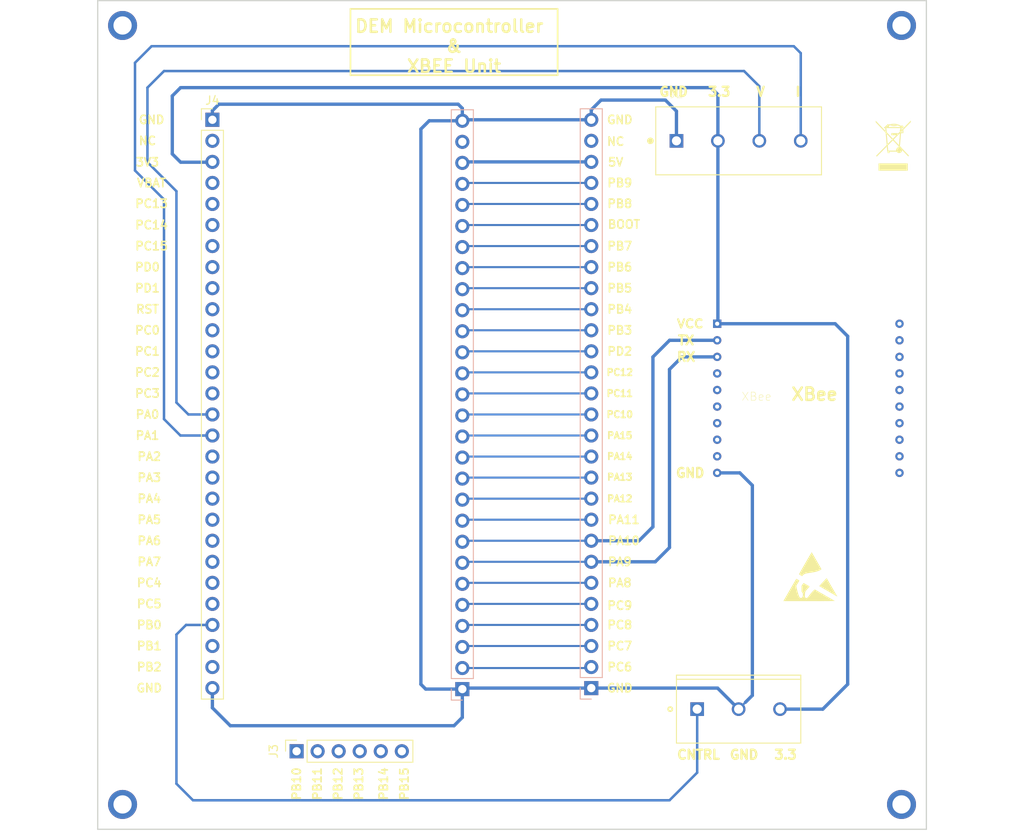
<source format=kicad_pcb>
(kicad_pcb (version 20171130) (host pcbnew "(5.0.1)-4")

  (general
    (thickness 1.6)
    (drawings 83)
    (tracks 108)
    (zones 0)
    (modules 13)
    (nets 77)
  )

  (page A4)
  (layers
    (0 F.Cu signal)
    (31 B.Cu signal)
    (32 B.Adhes user)
    (33 F.Adhes user)
    (34 B.Paste user)
    (35 F.Paste user)
    (36 B.SilkS user)
    (37 F.SilkS user)
    (38 B.Mask user)
    (39 F.Mask user)
    (40 Dwgs.User user)
    (41 Cmts.User user)
    (42 Eco1.User user)
    (43 Eco2.User user)
    (44 Edge.Cuts user)
    (45 Margin user)
    (46 B.CrtYd user)
    (47 F.CrtYd user)
    (48 B.Fab user)
    (49 F.Fab user)
  )

  (setup
    (last_trace_width 0.25)
    (trace_clearance 0.2)
    (zone_clearance 0.508)
    (zone_45_only no)
    (trace_min 0.2)
    (segment_width 0.2)
    (edge_width 0.15)
    (via_size 0.8)
    (via_drill 0.4)
    (via_min_size 0.4)
    (via_min_drill 0.3)
    (uvia_size 0.3)
    (uvia_drill 0.1)
    (uvias_allowed no)
    (uvia_min_size 0.2)
    (uvia_min_drill 0.1)
    (pcb_text_width 0.3)
    (pcb_text_size 1.5 1.5)
    (mod_edge_width 0.15)
    (mod_text_size 1 1)
    (mod_text_width 0.15)
    (pad_size 1.524 1.524)
    (pad_drill 0.762)
    (pad_to_mask_clearance 0.051)
    (solder_mask_min_width 0.25)
    (aux_axis_origin 0 0)
    (visible_elements 7FFFFFFF)
    (pcbplotparams
      (layerselection 0x010fc_ffffffff)
      (usegerberextensions false)
      (usegerberattributes true)
      (usegerberadvancedattributes true)
      (creategerberjobfile false)
      (excludeedgelayer true)
      (linewidth 0.100000)
      (plotframeref false)
      (viasonmask false)
      (mode 1)
      (useauxorigin false)
      (hpglpennumber 1)
      (hpglpenspeed 20)
      (hpglpendiameter 15.000000)
      (psnegative false)
      (psa4output false)
      (plotreference true)
      (plotvalue true)
      (plotinvisibletext false)
      (padsonsilk false)
      (subtractmaskfromsilk false)
      (outputformat 1)
      (mirror false)
      (drillshape 0)
      (scaleselection 1)
      (outputdirectory ""))
  )

  (net 0 "")
  (net 1 PA1)
  (net 2 GND1)
  (net 3 3.3V1)
  (net 4 PA0)
  (net 5 PB10)
  (net 6 PB11)
  (net 7 PB12)
  (net 8 PB13)
  (net 9 PB14)
  (net 10 PB15)
  (net 11 "Net-(J4-Pad2)")
  (net 12 VBAT)
  (net 13 PC13)
  (net 14 PC14)
  (net 15 PC15)
  (net 16 PD0)
  (net 17 PD1)
  (net 18 RST)
  (net 19 PC0)
  (net 20 PC1)
  (net 21 PC2)
  (net 22 PC3)
  (net 23 PA2)
  (net 24 PA3)
  (net 25 PA4)
  (net 26 PA5)
  (net 27 PA6)
  (net 28 PA7)
  (net 29 PC4)
  (net 30 PC5)
  (net 31 PB0)
  (net 32 PB1)
  (net 33 PB2)
  (net 34 "Net-(J5-Pad27)")
  (net 35 5V)
  (net 36 PB9)
  (net 37 PB8)
  (net 38 BOOT)
  (net 39 PB7)
  (net 40 PB6)
  (net 41 PB5)
  (net 42 PB4)
  (net 43 PB3)
  (net 44 PD2)
  (net 45 PC12)
  (net 46 PC11)
  (net 47 PC10)
  (net 48 PA15)
  (net 49 PA14)
  (net 50 PA13)
  (net 51 PA12)
  (net 52 PA11)
  (net 53 PA10)
  (net 54 PA9)
  (net 55 PA8)
  (net 56 PC9)
  (net 57 PC8)
  (net 58 PC7)
  (net 59 PC6)
  (net 60 "Net-(J6-Pad27)")
  (net 61 "Net-(U1-Pad4)")
  (net 62 "Net-(U1-Pad5)")
  (net 63 "Net-(U1-Pad6)")
  (net 64 "Net-(U1-Pad7)")
  (net 65 "Net-(U1-Pad8)")
  (net 66 "Net-(U1-Pad9)")
  (net 67 "Net-(U1-Pad20)")
  (net 68 "Net-(U1-Pad19)")
  (net 69 "Net-(U1-Pad18)")
  (net 70 "Net-(U1-Pad17)")
  (net 71 "Net-(U1-Pad16)")
  (net 72 "Net-(U1-Pad15)")
  (net 73 "Net-(U1-Pad14)")
  (net 74 "Net-(U1-Pad13)")
  (net 75 "Net-(U1-Pad12)")
  (net 76 "Net-(U1-Pad11)")

  (net_class Default "This is the default net class."
    (clearance 0.2)
    (trace_width 0.25)
    (via_dia 0.8)
    (via_drill 0.4)
    (uvia_dia 0.3)
    (uvia_drill 0.1)
    (add_net 3.3V1)
    (add_net 5V)
    (add_net BOOT)
    (add_net GND1)
    (add_net "Net-(J4-Pad2)")
    (add_net "Net-(J5-Pad27)")
    (add_net "Net-(J6-Pad27)")
    (add_net "Net-(U1-Pad11)")
    (add_net "Net-(U1-Pad12)")
    (add_net "Net-(U1-Pad13)")
    (add_net "Net-(U1-Pad14)")
    (add_net "Net-(U1-Pad15)")
    (add_net "Net-(U1-Pad16)")
    (add_net "Net-(U1-Pad17)")
    (add_net "Net-(U1-Pad18)")
    (add_net "Net-(U1-Pad19)")
    (add_net "Net-(U1-Pad20)")
    (add_net "Net-(U1-Pad4)")
    (add_net "Net-(U1-Pad5)")
    (add_net "Net-(U1-Pad6)")
    (add_net "Net-(U1-Pad7)")
    (add_net "Net-(U1-Pad8)")
    (add_net "Net-(U1-Pad9)")
    (add_net PA0)
    (add_net PA1)
    (add_net PA10)
    (add_net PA11)
    (add_net PA12)
    (add_net PA13)
    (add_net PA14)
    (add_net PA15)
    (add_net PA2)
    (add_net PA3)
    (add_net PA4)
    (add_net PA5)
    (add_net PA6)
    (add_net PA7)
    (add_net PA8)
    (add_net PA9)
    (add_net PB0)
    (add_net PB1)
    (add_net PB10)
    (add_net PB11)
    (add_net PB12)
    (add_net PB13)
    (add_net PB14)
    (add_net PB15)
    (add_net PB2)
    (add_net PB3)
    (add_net PB4)
    (add_net PB5)
    (add_net PB6)
    (add_net PB7)
    (add_net PB8)
    (add_net PB9)
    (add_net PC0)
    (add_net PC1)
    (add_net PC10)
    (add_net PC11)
    (add_net PC12)
    (add_net PC13)
    (add_net PC14)
    (add_net PC15)
    (add_net PC2)
    (add_net PC3)
    (add_net PC4)
    (add_net PC5)
    (add_net PC6)
    (add_net PC7)
    (add_net PC8)
    (add_net PC9)
    (add_net PD0)
    (add_net PD1)
    (add_net PD2)
    (add_net RST)
    (add_net VBAT)
  )

  (module XB24CDMPIT-001:DIP-20 (layer F.Cu) (tedit 5C7B1CAD) (tstamp 5C9016C0)
    (at 179 109)
    (descr "Xbee Zb (Zigbee Pro Feature Set), 1mw, Wire Antenna, 250000")
    (path /5C50AA05)
    (fp_text reference U1 (at 0 0) (layer F.SilkS) hide
      (effects (font (size 1 0.9) (thickness 0.05)))
    )
    (fp_text value XB24CDMSIT-001 (at 0 0) (layer F.SilkS) hide
      (effects (font (size 1 0.9) (thickness 0.05)))
    )
    (fp_line (start 5.4 -15.7) (end 18.9 -15.7) (layer Dwgs.User) (width 0.1))
    (fp_line (start 5.4 -20.8) (end 18.9 -20.8) (layer Dwgs.User) (width 0.1))
    (fp_text user XBee (at 6.00698 -17.22) (layer F.SilkS)
      (effects (font (size 1 1) (thickness 0.05)))
    )
    (fp_line (start 16.791 -32.941) (end 7.593 -32.941) (layer Dwgs.User) (width 0.1))
    (fp_line (start 24.381 -26.411) (end 16.791 -32.941) (layer Dwgs.User) (width 0.1))
    (fp_line (start 24.381 -0.001) (end 24.381 -26.411) (layer Dwgs.User) (width 0.1))
    (fp_line (start 0.002 -0.001) (end 24.381 -0.001) (layer Dwgs.User) (width 0.1))
    (fp_line (start 0.002 -26.41) (end 0.002 -0.001) (layer Dwgs.User) (width 0.1))
    (fp_line (start 7.593 -32.941) (end 0.002 -26.41) (layer Dwgs.User) (width 0.1))
    (pad 11 thru_hole circle (at 23.254 -8.009) (size 1.008 1.008) (drill 0.5) (layers *.Cu *.Mask)
      (net 76 "Net-(U1-Pad11)"))
    (pad 12 thru_hole circle (at 23.254 -10.009) (size 1.008 1.008) (drill 0.5) (layers *.Cu *.Mask)
      (net 75 "Net-(U1-Pad12)"))
    (pad 13 thru_hole circle (at 23.254 -12.009) (size 1.008 1.008) (drill 0.5) (layers *.Cu *.Mask)
      (net 74 "Net-(U1-Pad13)"))
    (pad 14 thru_hole circle (at 23.254 -14.009) (size 1.008 1.008) (drill 0.5) (layers *.Cu *.Mask)
      (net 73 "Net-(U1-Pad14)"))
    (pad 15 thru_hole circle (at 23.254 -16.009) (size 1.008 1.008) (drill 0.5) (layers *.Cu *.Mask)
      (net 72 "Net-(U1-Pad15)"))
    (pad 16 thru_hole circle (at 23.254 -18.009) (size 1.008 1.008) (drill 0.5) (layers *.Cu *.Mask)
      (net 71 "Net-(U1-Pad16)"))
    (pad 17 thru_hole circle (at 23.254 -20.009) (size 1.008 1.008) (drill 0.5) (layers *.Cu *.Mask)
      (net 70 "Net-(U1-Pad17)"))
    (pad 18 thru_hole circle (at 23.254 -22.009) (size 1.008 1.008) (drill 0.5) (layers *.Cu *.Mask)
      (net 69 "Net-(U1-Pad18)"))
    (pad 19 thru_hole circle (at 23.254 -24.009) (size 1.008 1.008) (drill 0.5) (layers *.Cu *.Mask)
      (net 68 "Net-(U1-Pad19)"))
    (pad 20 thru_hole circle (at 23.254 -26.009) (size 1.008 1.008) (drill 0.5) (layers *.Cu *.Mask)
      (net 67 "Net-(U1-Pad20)"))
    (pad 10 thru_hole circle (at 1.254 -8.009) (size 1.008 1.008) (drill 0.5) (layers *.Cu *.Mask)
      (net 2 GND1))
    (pad 9 thru_hole circle (at 1.254 -10.009) (size 1.008 1.008) (drill 0.5) (layers *.Cu *.Mask)
      (net 66 "Net-(U1-Pad9)"))
    (pad 8 thru_hole circle (at 1.254 -12.009) (size 1.008 1.008) (drill 0.5) (layers *.Cu *.Mask)
      (net 65 "Net-(U1-Pad8)"))
    (pad 7 thru_hole circle (at 1.254 -14.009) (size 1.008 1.008) (drill 0.5) (layers *.Cu *.Mask)
      (net 64 "Net-(U1-Pad7)"))
    (pad 6 thru_hole circle (at 1.254 -16.009) (size 1.008 1.008) (drill 0.5) (layers *.Cu *.Mask)
      (net 63 "Net-(U1-Pad6)"))
    (pad 5 thru_hole circle (at 1.254 -18.009) (size 1.008 1.008) (drill 0.5) (layers *.Cu *.Mask)
      (net 62 "Net-(U1-Pad5)"))
    (pad 4 thru_hole circle (at 1.254 -20.009) (size 1.008 1.008) (drill 0.5) (layers *.Cu *.Mask)
      (net 61 "Net-(U1-Pad4)"))
    (pad 3 thru_hole circle (at 1.254 -22.009) (size 1.008 1.008) (drill 0.5) (layers *.Cu *.Mask)
      (net 54 PA9))
    (pad 2 thru_hole circle (at 1.254 -24.009) (size 1.008 1.008) (drill 0.5) (layers *.Cu *.Mask)
      (net 53 PA10))
    (pad 1 thru_hole rect (at 1.254 -26.009) (size 1.008 1.008) (drill 0.5) (layers *.Cu *.Mask)
      (net 3 3.3V1))
  )

  (module 282836-4:TE_282836-4 (layer F.Cu) (tedit 5C798959) (tstamp 5C9015F5)
    (at 182.84 60.92)
    (path /5C770CE8)
    (fp_text reference J2 (at -7.47304 -5.64487) (layer F.SilkS)
      (effects (font (size 1.00176 1.00176) (thickness 0.05)))
    )
    (fp_text value 282836-4 (at -6.73173 5.33458) (layer F.SilkS) hide
      (effects (font (size 1.00011 1.00011) (thickness 0.05)))
    )
    (fp_line (start -10 -4.1) (end -10 4.1) (layer Eco2.User) (width 0.127))
    (fp_line (start -10 4.1) (end 10 4.1) (layer Eco2.User) (width 0.127))
    (fp_line (start 10 4.1) (end 10 -4.1) (layer Eco2.User) (width 0.127))
    (fp_line (start 10 -4.1) (end -10 -4.1) (layer Eco2.User) (width 0.127))
    (fp_line (start -10 -4.1) (end -10 4.1) (layer F.SilkS) (width 0.127))
    (fp_line (start -10 4.1) (end 10 4.1) (layer F.SilkS) (width 0.127))
    (fp_line (start 10 4.1) (end 10 -4.1) (layer F.SilkS) (width 0.127))
    (fp_line (start 10 -4.1) (end -10 -4.1) (layer F.SilkS) (width 0.127))
    (fp_circle (center -10.645 0) (end -10.445 0) (layer F.SilkS) (width 0.4))
    (fp_line (start -10.25 -4.35) (end 10.25 -4.35) (layer Eco1.User) (width 0.05))
    (fp_line (start 10.25 -4.35) (end 10.25 4.35) (layer Eco1.User) (width 0.05))
    (fp_line (start 10.25 4.35) (end -10.25 4.35) (layer Eco1.User) (width 0.05))
    (fp_line (start -10.25 4.35) (end -10.25 -4.35) (layer Eco1.User) (width 0.05))
    (pad 1 thru_hole rect (at -7.5 0) (size 1.65 1.65) (drill 1.1) (layers *.Cu *.Mask)
      (net 2 GND1))
    (pad 2 thru_hole circle (at -2.5 0) (size 1.65 1.65) (drill 1.1) (layers *.Cu *.Mask)
      (net 3 3.3V1))
    (pad 3 thru_hole circle (at 2.5 0) (size 1.65 1.65) (drill 1.1) (layers *.Cu *.Mask)
      (net 4 PA0))
    (pad 4 thru_hole circle (at 7.5 0) (size 1.65 1.65) (drill 1.1) (layers *.Cu *.Mask)
      (net 1 PA1))
  )

  (module Connector_PinSocket_2.54mm:PinSocket_1x06_P2.54mm_Vertical (layer F.Cu) (tedit 5C7B203C) (tstamp 5C90160F)
    (at 129.5 134.58 90)
    (descr "Through hole straight socket strip, 1x06, 2.54mm pitch, single row (from Kicad 4.0.7), script generated")
    (tags "Through hole socket strip THT 1x06 2.54mm single row")
    (path /5C4BCA9D)
    (fp_text reference J3 (at 0 -2.77 90) (layer F.SilkS)
      (effects (font (size 1 1) (thickness 0.15)))
    )
    (fp_text value Conn_01x06_Female (at 0 15.47 90) (layer F.Fab)
      (effects (font (size 1 1) (thickness 0.15)))
    )
    (fp_line (start -1.27 -1.27) (end 0.635 -1.27) (layer F.Fab) (width 0.1))
    (fp_line (start 0.635 -1.27) (end 1.27 -0.635) (layer F.Fab) (width 0.1))
    (fp_line (start 1.27 -0.635) (end 1.27 13.97) (layer F.Fab) (width 0.1))
    (fp_line (start 1.27 13.97) (end -1.27 13.97) (layer F.Fab) (width 0.1))
    (fp_line (start -1.27 13.97) (end -1.27 -1.27) (layer F.Fab) (width 0.1))
    (fp_line (start -1.33 1.27) (end 1.33 1.27) (layer F.SilkS) (width 0.12))
    (fp_line (start -1.33 1.27) (end -1.33 14.03) (layer F.SilkS) (width 0.12))
    (fp_line (start -1.33 14.03) (end 1.33 14.03) (layer F.SilkS) (width 0.12))
    (fp_line (start 1.33 1.27) (end 1.33 14.03) (layer F.SilkS) (width 0.12))
    (fp_line (start 1.33 -1.33) (end 1.33 0) (layer F.SilkS) (width 0.12))
    (fp_line (start 0 -1.33) (end 1.33 -1.33) (layer F.SilkS) (width 0.12))
    (fp_line (start -1.8 -1.8) (end 1.75 -1.8) (layer F.CrtYd) (width 0.05))
    (fp_line (start 1.75 -1.8) (end 1.75 14.45) (layer F.CrtYd) (width 0.05))
    (fp_line (start 1.75 14.45) (end -1.8 14.45) (layer F.CrtYd) (width 0.05))
    (fp_line (start -1.8 14.45) (end -1.8 -1.8) (layer F.CrtYd) (width 0.05))
    (fp_text user %R (at 0 6.35 180) (layer F.Fab)
      (effects (font (size 1 1) (thickness 0.15)))
    )
    (pad 1 thru_hole rect (at 0 0 90) (size 1.7 1.7) (drill 1) (layers *.Cu *.Mask)
      (net 5 PB10))
    (pad 2 thru_hole oval (at 0 2.54 90) (size 1.7 1.7) (drill 1) (layers *.Cu *.Mask)
      (net 6 PB11))
    (pad 3 thru_hole oval (at 0 5.08 90) (size 1.7 1.7) (drill 1) (layers *.Cu *.Mask)
      (net 7 PB12))
    (pad 4 thru_hole oval (at 0 7.62 90) (size 1.7 1.7) (drill 1) (layers *.Cu *.Mask)
      (net 8 PB13))
    (pad 5 thru_hole oval (at 0 10.16 90) (size 1.7 1.7) (drill 1) (layers *.Cu *.Mask)
      (net 9 PB14))
    (pad 6 thru_hole oval (at 0 12.7 90) (size 1.7 1.7) (drill 1) (layers *.Cu *.Mask)
      (net 10 PB15))
    (model ${KISYS3DMOD}/Connector_PinSocket_2.54mm.3dshapes/PinSocket_1x06_P2.54mm_Vertical.wrl
      (at (xyz 0 0 0))
      (scale (xyz 1 1 1))
      (rotate (xyz 0 0 0))
    )
  )

  (module 282836-3:TE_282836-3 (layer F.Cu) (tedit 5C7AE450) (tstamp 5C9015E0)
    (at 182.84 129.5)
    (path /5C50BAE6)
    (fp_text reference J1 (at -4.46711 -5.14318) (layer F.SilkS) hide
      (effects (font (size 1.00159 1.00159) (thickness 0.05)))
    )
    (fp_text value 282836-3 (at -3.83134 5.1235) (layer F.SilkS) hide
      (effects (font (size 1.00166 1.00166) (thickness 0.05)))
    )
    (fp_line (start -7.5 -4.1) (end 7.5 -4.1) (layer F.SilkS) (width 0.127))
    (fp_line (start 7.5 -4.1) (end 7.5 -3.6) (layer F.SilkS) (width 0.127))
    (fp_line (start 7.5 -3.6) (end 7.5 4.1) (layer F.SilkS) (width 0.127))
    (fp_line (start 7.5 4.1) (end -7.5 4.1) (layer F.SilkS) (width 0.127))
    (fp_line (start -7.5 4.1) (end -7.5 -4.1) (layer F.SilkS) (width 0.127))
    (fp_line (start -7.5 -3.6) (end 7.5 -3.6) (layer F.SilkS) (width 0.127))
    (fp_line (start -7.75 -4.35) (end 7.75 -4.35) (layer Eco1.User) (width 0.05))
    (fp_line (start 7.75 -4.35) (end 7.75 4.35) (layer Eco1.User) (width 0.05))
    (fp_line (start 7.75 4.35) (end -7.75 4.35) (layer Eco1.User) (width 0.05))
    (fp_line (start -7.75 4.35) (end -7.75 -4.35) (layer Eco1.User) (width 0.05))
    (fp_circle (center -8.25 0) (end -8 0) (layer F.SilkS) (width 0.2032))
    (fp_line (start -7.5 -4.1) (end 7.5 -4.1) (layer Dwgs.User) (width 0.127))
    (fp_line (start 7.5 -4.1) (end 7.5 -3.6) (layer Dwgs.User) (width 0.127))
    (fp_line (start 7.5 -3.6) (end 7.5 4.1) (layer Dwgs.User) (width 0.127))
    (fp_line (start 7.5 4.1) (end -7.5 4.1) (layer Dwgs.User) (width 0.127))
    (fp_line (start -7.5 4.1) (end -7.5 -4.1) (layer Dwgs.User) (width 0.127))
    (fp_line (start -7.5 -3.6) (end 7.5 -3.6) (layer Dwgs.User) (width 0.127))
    (fp_circle (center -8.25 0) (end -8 0) (layer Dwgs.User) (width 0.2032))
    (pad 1 thru_hole rect (at -5 0) (size 1.65 1.65) (drill 1.1) (layers *.Cu *.Mask)
      (net 31 PB0))
    (pad 2 thru_hole circle (at 0 0) (size 1.65 1.65) (drill 1.1) (layers *.Cu *.Mask)
      (net 2 GND1))
    (pad 3 thru_hole circle (at 5 0) (size 1.65 1.65) (drill 1.1) (layers *.Cu *.Mask)
      (net 3 3.3V1))
  )

  (module Connector_PinHeader_2.54mm:PinHeader_1x28_P2.54mm_Vertical (layer F.Cu) (tedit 59FED5CC) (tstamp 5C90163F)
    (at 119.34 58.38)
    (descr "Through hole straight pin header, 1x28, 2.54mm pitch, single row")
    (tags "Through hole pin header THT 1x28 2.54mm single row")
    (path /5C53380A)
    (fp_text reference J4 (at 0 -2.33) (layer F.SilkS)
      (effects (font (size 1 1) (thickness 0.15)))
    )
    (fp_text value Conn_01x28_Female (at 0 70.91) (layer F.Fab)
      (effects (font (size 1 1) (thickness 0.15)))
    )
    (fp_line (start -0.635 -1.27) (end 1.27 -1.27) (layer F.Fab) (width 0.1))
    (fp_line (start 1.27 -1.27) (end 1.27 69.85) (layer F.Fab) (width 0.1))
    (fp_line (start 1.27 69.85) (end -1.27 69.85) (layer F.Fab) (width 0.1))
    (fp_line (start -1.27 69.85) (end -1.27 -0.635) (layer F.Fab) (width 0.1))
    (fp_line (start -1.27 -0.635) (end -0.635 -1.27) (layer F.Fab) (width 0.1))
    (fp_line (start -1.33 69.91) (end 1.33 69.91) (layer F.SilkS) (width 0.12))
    (fp_line (start -1.33 1.27) (end -1.33 69.91) (layer F.SilkS) (width 0.12))
    (fp_line (start 1.33 1.27) (end 1.33 69.91) (layer F.SilkS) (width 0.12))
    (fp_line (start -1.33 1.27) (end 1.33 1.27) (layer F.SilkS) (width 0.12))
    (fp_line (start -1.33 0) (end -1.33 -1.33) (layer F.SilkS) (width 0.12))
    (fp_line (start -1.33 -1.33) (end 0 -1.33) (layer F.SilkS) (width 0.12))
    (fp_line (start -1.8 -1.8) (end -1.8 70.35) (layer F.CrtYd) (width 0.05))
    (fp_line (start -1.8 70.35) (end 1.8 70.35) (layer F.CrtYd) (width 0.05))
    (fp_line (start 1.8 70.35) (end 1.8 -1.8) (layer F.CrtYd) (width 0.05))
    (fp_line (start 1.8 -1.8) (end -1.8 -1.8) (layer F.CrtYd) (width 0.05))
    (fp_text user %R (at 0 34.29 90) (layer F.Fab)
      (effects (font (size 1 1) (thickness 0.15)))
    )
    (pad 1 thru_hole rect (at 0 0) (size 1.7 1.7) (drill 1) (layers *.Cu *.Mask)
      (net 2 GND1))
    (pad 2 thru_hole oval (at 0 2.54) (size 1.7 1.7) (drill 1) (layers *.Cu *.Mask)
      (net 11 "Net-(J4-Pad2)"))
    (pad 3 thru_hole oval (at 0 5.08) (size 1.7 1.7) (drill 1) (layers *.Cu *.Mask)
      (net 3 3.3V1))
    (pad 4 thru_hole oval (at 0 7.62) (size 1.7 1.7) (drill 1) (layers *.Cu *.Mask)
      (net 12 VBAT))
    (pad 5 thru_hole oval (at 0 10.16) (size 1.7 1.7) (drill 1) (layers *.Cu *.Mask)
      (net 13 PC13))
    (pad 6 thru_hole oval (at 0 12.7) (size 1.7 1.7) (drill 1) (layers *.Cu *.Mask)
      (net 14 PC14))
    (pad 7 thru_hole oval (at 0 15.24) (size 1.7 1.7) (drill 1) (layers *.Cu *.Mask)
      (net 15 PC15))
    (pad 8 thru_hole oval (at 0 17.78) (size 1.7 1.7) (drill 1) (layers *.Cu *.Mask)
      (net 16 PD0))
    (pad 9 thru_hole oval (at 0 20.32) (size 1.7 1.7) (drill 1) (layers *.Cu *.Mask)
      (net 17 PD1))
    (pad 10 thru_hole oval (at 0 22.86) (size 1.7 1.7) (drill 1) (layers *.Cu *.Mask)
      (net 18 RST))
    (pad 11 thru_hole oval (at 0 25.4) (size 1.7 1.7) (drill 1) (layers *.Cu *.Mask)
      (net 19 PC0))
    (pad 12 thru_hole oval (at 0 27.94) (size 1.7 1.7) (drill 1) (layers *.Cu *.Mask)
      (net 20 PC1))
    (pad 13 thru_hole oval (at 0 30.48) (size 1.7 1.7) (drill 1) (layers *.Cu *.Mask)
      (net 21 PC2))
    (pad 14 thru_hole oval (at 0 33.02) (size 1.7 1.7) (drill 1) (layers *.Cu *.Mask)
      (net 22 PC3))
    (pad 15 thru_hole oval (at 0 35.56) (size 1.7 1.7) (drill 1) (layers *.Cu *.Mask)
      (net 4 PA0))
    (pad 16 thru_hole oval (at 0 38.1) (size 1.7 1.7) (drill 1) (layers *.Cu *.Mask)
      (net 1 PA1))
    (pad 17 thru_hole oval (at 0 40.64) (size 1.7 1.7) (drill 1) (layers *.Cu *.Mask)
      (net 23 PA2))
    (pad 18 thru_hole oval (at 0 43.18) (size 1.7 1.7) (drill 1) (layers *.Cu *.Mask)
      (net 24 PA3))
    (pad 19 thru_hole oval (at 0 45.72) (size 1.7 1.7) (drill 1) (layers *.Cu *.Mask)
      (net 25 PA4))
    (pad 20 thru_hole oval (at 0 48.26) (size 1.7 1.7) (drill 1) (layers *.Cu *.Mask)
      (net 26 PA5))
    (pad 21 thru_hole oval (at 0 50.8) (size 1.7 1.7) (drill 1) (layers *.Cu *.Mask)
      (net 27 PA6))
    (pad 22 thru_hole oval (at 0 53.34) (size 1.7 1.7) (drill 1) (layers *.Cu *.Mask)
      (net 28 PA7))
    (pad 23 thru_hole oval (at 0 55.88) (size 1.7 1.7) (drill 1) (layers *.Cu *.Mask)
      (net 29 PC4))
    (pad 24 thru_hole oval (at 0 58.42) (size 1.7 1.7) (drill 1) (layers *.Cu *.Mask)
      (net 30 PC5))
    (pad 25 thru_hole oval (at 0 60.96) (size 1.7 1.7) (drill 1) (layers *.Cu *.Mask)
      (net 31 PB0))
    (pad 26 thru_hole oval (at 0 63.5) (size 1.7 1.7) (drill 1) (layers *.Cu *.Mask)
      (net 32 PB1))
    (pad 27 thru_hole oval (at 0 66.04) (size 1.7 1.7) (drill 1) (layers *.Cu *.Mask)
      (net 33 PB2))
    (pad 28 thru_hole oval (at 0 68.58) (size 1.7 1.7) (drill 1) (layers *.Cu *.Mask)
      (net 2 GND1))
    (model ${KISYS3DMOD}/Connector_PinHeader_2.54mm.3dshapes/PinHeader_1x28_P2.54mm_Vertical.wrl
      (at (xyz 0 0 0))
      (scale (xyz 1 1 1))
      (rotate (xyz 0 0 0))
    )
  )

  (module Connector_PinHeader_2.54mm:PinHeader_1x28_P2.54mm_Vertical (layer B.Cu) (tedit 5C7B1FEE) (tstamp 5C90166F)
    (at 149.5 127.08)
    (descr "Through hole straight pin header, 1x28, 2.54mm pitch, single row")
    (tags "Through hole pin header THT 1x28 2.54mm single row")
    (path /5C534306)
    (fp_text reference J5 (at 0 2.33) (layer B.SilkS) hide
      (effects (font (size 1 1) (thickness 0.15)) (justify mirror))
    )
    (fp_text value Conn_01x28_Female (at 0 -70.91) (layer B.Fab)
      (effects (font (size 1 1) (thickness 0.15)) (justify mirror))
    )
    (fp_text user %R (at 0 -34.29 -90) (layer B.Fab)
      (effects (font (size 1 1) (thickness 0.15)) (justify mirror))
    )
    (fp_line (start 1.8 1.8) (end -1.8 1.8) (layer B.CrtYd) (width 0.05))
    (fp_line (start 1.8 -70.35) (end 1.8 1.8) (layer B.CrtYd) (width 0.05))
    (fp_line (start -1.8 -70.35) (end 1.8 -70.35) (layer B.CrtYd) (width 0.05))
    (fp_line (start -1.8 1.8) (end -1.8 -70.35) (layer B.CrtYd) (width 0.05))
    (fp_line (start -1.33 1.33) (end 0 1.33) (layer B.SilkS) (width 0.12))
    (fp_line (start -1.33 0) (end -1.33 1.33) (layer B.SilkS) (width 0.12))
    (fp_line (start -1.33 -1.27) (end 1.33 -1.27) (layer B.SilkS) (width 0.12))
    (fp_line (start 1.33 -1.27) (end 1.33 -69.91) (layer B.SilkS) (width 0.12))
    (fp_line (start -1.33 -1.27) (end -1.33 -69.91) (layer B.SilkS) (width 0.12))
    (fp_line (start -1.33 -69.91) (end 1.33 -69.91) (layer B.SilkS) (width 0.12))
    (fp_line (start -1.27 0.635) (end -0.635 1.27) (layer B.Fab) (width 0.1))
    (fp_line (start -1.27 -69.85) (end -1.27 0.635) (layer B.Fab) (width 0.1))
    (fp_line (start 1.27 -69.85) (end -1.27 -69.85) (layer B.Fab) (width 0.1))
    (fp_line (start 1.27 1.27) (end 1.27 -69.85) (layer B.Fab) (width 0.1))
    (fp_line (start -0.635 1.27) (end 1.27 1.27) (layer B.Fab) (width 0.1))
    (pad 28 thru_hole oval (at 0 -68.58) (size 1.7 1.7) (drill 1) (layers *.Cu *.Mask)
      (net 2 GND1))
    (pad 27 thru_hole oval (at 0 -66.04) (size 1.7 1.7) (drill 1) (layers *.Cu *.Mask)
      (net 34 "Net-(J5-Pad27)"))
    (pad 26 thru_hole oval (at 0 -63.5) (size 1.7 1.7) (drill 1) (layers *.Cu *.Mask)
      (net 35 5V))
    (pad 25 thru_hole oval (at 0 -60.96) (size 1.7 1.7) (drill 1) (layers *.Cu *.Mask)
      (net 36 PB9))
    (pad 24 thru_hole oval (at 0 -58.42) (size 1.7 1.7) (drill 1) (layers *.Cu *.Mask)
      (net 37 PB8))
    (pad 23 thru_hole oval (at 0 -55.88) (size 1.7 1.7) (drill 1) (layers *.Cu *.Mask)
      (net 38 BOOT))
    (pad 22 thru_hole oval (at 0 -53.34) (size 1.7 1.7) (drill 1) (layers *.Cu *.Mask)
      (net 39 PB7))
    (pad 21 thru_hole oval (at 0 -50.8) (size 1.7 1.7) (drill 1) (layers *.Cu *.Mask)
      (net 40 PB6))
    (pad 20 thru_hole oval (at 0 -48.26) (size 1.7 1.7) (drill 1) (layers *.Cu *.Mask)
      (net 41 PB5))
    (pad 19 thru_hole oval (at 0 -45.72) (size 1.7 1.7) (drill 1) (layers *.Cu *.Mask)
      (net 42 PB4))
    (pad 18 thru_hole oval (at 0 -43.18) (size 1.7 1.7) (drill 1) (layers *.Cu *.Mask)
      (net 43 PB3))
    (pad 17 thru_hole oval (at 0 -40.64) (size 1.7 1.7) (drill 1) (layers *.Cu *.Mask)
      (net 44 PD2))
    (pad 16 thru_hole oval (at 0 -38.1) (size 1.7 1.7) (drill 1) (layers *.Cu *.Mask)
      (net 45 PC12))
    (pad 15 thru_hole oval (at 0 -35.56) (size 1.7 1.7) (drill 1) (layers *.Cu *.Mask)
      (net 46 PC11))
    (pad 14 thru_hole oval (at 0 -33.02) (size 1.7 1.7) (drill 1) (layers *.Cu *.Mask)
      (net 47 PC10))
    (pad 13 thru_hole oval (at 0 -30.48) (size 1.7 1.7) (drill 1) (layers *.Cu *.Mask)
      (net 48 PA15))
    (pad 12 thru_hole oval (at 0 -27.94) (size 1.7 1.7) (drill 1) (layers *.Cu *.Mask)
      (net 49 PA14))
    (pad 11 thru_hole oval (at 0 -25.4) (size 1.7 1.7) (drill 1) (layers *.Cu *.Mask)
      (net 50 PA13))
    (pad 10 thru_hole oval (at 0 -22.86) (size 1.7 1.7) (drill 1) (layers *.Cu *.Mask)
      (net 51 PA12))
    (pad 9 thru_hole oval (at 0 -20.32) (size 1.7 1.7) (drill 1) (layers *.Cu *.Mask)
      (net 52 PA11))
    (pad 8 thru_hole oval (at 0 -17.78) (size 1.7 1.7) (drill 1) (layers *.Cu *.Mask)
      (net 53 PA10))
    (pad 7 thru_hole oval (at 0 -15.24) (size 1.7 1.7) (drill 1) (layers *.Cu *.Mask)
      (net 54 PA9))
    (pad 6 thru_hole oval (at 0 -12.7) (size 1.7 1.7) (drill 1) (layers *.Cu *.Mask)
      (net 55 PA8))
    (pad 5 thru_hole oval (at 0 -10.16) (size 1.7 1.7) (drill 1) (layers *.Cu *.Mask)
      (net 56 PC9))
    (pad 4 thru_hole oval (at 0 -7.62) (size 1.7 1.7) (drill 1) (layers *.Cu *.Mask)
      (net 57 PC8))
    (pad 3 thru_hole oval (at 0 -5.08) (size 1.7 1.7) (drill 1) (layers *.Cu *.Mask)
      (net 58 PC7))
    (pad 2 thru_hole oval (at 0 -2.54) (size 1.7 1.7) (drill 1) (layers *.Cu *.Mask)
      (net 59 PC6))
    (pad 1 thru_hole rect (at 0 0) (size 1.7 1.7) (drill 1) (layers *.Cu *.Mask)
      (net 2 GND1))
    (model ${KISYS3DMOD}/Connector_PinHeader_2.54mm.3dshapes/PinHeader_1x28_P2.54mm_Vertical.wrl
      (at (xyz 0 0 0))
      (scale (xyz 1 1 1))
      (rotate (xyz 0 0 0))
    )
  )

  (module Connector_PinHeader_2.54mm:PinHeader_1x28_P2.54mm_Vertical (layer B.Cu) (tedit 5C7B1FE4) (tstamp 5C90169F)
    (at 165.06 126.96)
    (descr "Through hole straight pin header, 1x28, 2.54mm pitch, single row")
    (tags "Through hole pin header THT 1x28 2.54mm single row")
    (path /5C53528A)
    (fp_text reference J6 (at 0 2.33) (layer B.SilkS) hide
      (effects (font (size 1 1) (thickness 0.15)) (justify mirror))
    )
    (fp_text value Conn_01x28_Female (at 0 -70.91) (layer B.Fab)
      (effects (font (size 1 1) (thickness 0.15)) (justify mirror))
    )
    (fp_line (start -0.635 1.27) (end 1.27 1.27) (layer B.Fab) (width 0.1))
    (fp_line (start 1.27 1.27) (end 1.27 -69.85) (layer B.Fab) (width 0.1))
    (fp_line (start 1.27 -69.85) (end -1.27 -69.85) (layer B.Fab) (width 0.1))
    (fp_line (start -1.27 -69.85) (end -1.27 0.635) (layer B.Fab) (width 0.1))
    (fp_line (start -1.27 0.635) (end -0.635 1.27) (layer B.Fab) (width 0.1))
    (fp_line (start -1.33 -69.91) (end 1.33 -69.91) (layer B.SilkS) (width 0.12))
    (fp_line (start -1.33 -1.27) (end -1.33 -69.91) (layer B.SilkS) (width 0.12))
    (fp_line (start 1.33 -1.27) (end 1.33 -69.91) (layer B.SilkS) (width 0.12))
    (fp_line (start -1.33 -1.27) (end 1.33 -1.27) (layer B.SilkS) (width 0.12))
    (fp_line (start -1.33 0) (end -1.33 1.33) (layer B.SilkS) (width 0.12))
    (fp_line (start -1.33 1.33) (end 0 1.33) (layer B.SilkS) (width 0.12))
    (fp_line (start -1.8 1.8) (end -1.8 -70.35) (layer B.CrtYd) (width 0.05))
    (fp_line (start -1.8 -70.35) (end 1.8 -70.35) (layer B.CrtYd) (width 0.05))
    (fp_line (start 1.8 -70.35) (end 1.8 1.8) (layer B.CrtYd) (width 0.05))
    (fp_line (start 1.8 1.8) (end -1.8 1.8) (layer B.CrtYd) (width 0.05))
    (fp_text user %R (at 0 -34.29 -90) (layer B.Fab)
      (effects (font (size 1 1) (thickness 0.15)) (justify mirror))
    )
    (pad 1 thru_hole rect (at 0 0) (size 1.7 1.7) (drill 1) (layers *.Cu *.Mask)
      (net 2 GND1))
    (pad 2 thru_hole oval (at 0 -2.54) (size 1.7 1.7) (drill 1) (layers *.Cu *.Mask)
      (net 59 PC6))
    (pad 3 thru_hole oval (at 0 -5.08) (size 1.7 1.7) (drill 1) (layers *.Cu *.Mask)
      (net 58 PC7))
    (pad 4 thru_hole oval (at 0 -7.62) (size 1.7 1.7) (drill 1) (layers *.Cu *.Mask)
      (net 57 PC8))
    (pad 5 thru_hole oval (at 0 -10.16) (size 1.7 1.7) (drill 1) (layers *.Cu *.Mask)
      (net 56 PC9))
    (pad 6 thru_hole oval (at 0 -12.7) (size 1.7 1.7) (drill 1) (layers *.Cu *.Mask)
      (net 55 PA8))
    (pad 7 thru_hole oval (at 0 -15.24) (size 1.7 1.7) (drill 1) (layers *.Cu *.Mask)
      (net 54 PA9))
    (pad 8 thru_hole oval (at 0 -17.78) (size 1.7 1.7) (drill 1) (layers *.Cu *.Mask)
      (net 53 PA10))
    (pad 9 thru_hole oval (at 0 -20.32) (size 1.7 1.7) (drill 1) (layers *.Cu *.Mask)
      (net 52 PA11))
    (pad 10 thru_hole oval (at 0 -22.86) (size 1.7 1.7) (drill 1) (layers *.Cu *.Mask)
      (net 51 PA12))
    (pad 11 thru_hole oval (at 0 -25.4) (size 1.7 1.7) (drill 1) (layers *.Cu *.Mask)
      (net 50 PA13))
    (pad 12 thru_hole oval (at 0 -27.94) (size 1.7 1.7) (drill 1) (layers *.Cu *.Mask)
      (net 49 PA14))
    (pad 13 thru_hole oval (at 0 -30.48) (size 1.7 1.7) (drill 1) (layers *.Cu *.Mask)
      (net 48 PA15))
    (pad 14 thru_hole oval (at 0 -33.02) (size 1.7 1.7) (drill 1) (layers *.Cu *.Mask)
      (net 47 PC10))
    (pad 15 thru_hole oval (at 0 -35.56) (size 1.7 1.7) (drill 1) (layers *.Cu *.Mask)
      (net 46 PC11))
    (pad 16 thru_hole oval (at 0 -38.1) (size 1.7 1.7) (drill 1) (layers *.Cu *.Mask)
      (net 45 PC12))
    (pad 17 thru_hole oval (at 0 -40.64) (size 1.7 1.7) (drill 1) (layers *.Cu *.Mask)
      (net 44 PD2))
    (pad 18 thru_hole oval (at 0 -43.18) (size 1.7 1.7) (drill 1) (layers *.Cu *.Mask)
      (net 43 PB3))
    (pad 19 thru_hole oval (at 0 -45.72) (size 1.7 1.7) (drill 1) (layers *.Cu *.Mask)
      (net 42 PB4))
    (pad 20 thru_hole oval (at 0 -48.26) (size 1.7 1.7) (drill 1) (layers *.Cu *.Mask)
      (net 41 PB5))
    (pad 21 thru_hole oval (at 0 -50.8) (size 1.7 1.7) (drill 1) (layers *.Cu *.Mask)
      (net 40 PB6))
    (pad 22 thru_hole oval (at 0 -53.34) (size 1.7 1.7) (drill 1) (layers *.Cu *.Mask)
      (net 39 PB7))
    (pad 23 thru_hole oval (at 0 -55.88) (size 1.7 1.7) (drill 1) (layers *.Cu *.Mask)
      (net 38 BOOT))
    (pad 24 thru_hole oval (at 0 -58.42) (size 1.7 1.7) (drill 1) (layers *.Cu *.Mask)
      (net 37 PB8))
    (pad 25 thru_hole oval (at 0 -60.96) (size 1.7 1.7) (drill 1) (layers *.Cu *.Mask)
      (net 36 PB9))
    (pad 26 thru_hole oval (at 0 -63.5) (size 1.7 1.7) (drill 1) (layers *.Cu *.Mask)
      (net 35 5V))
    (pad 27 thru_hole oval (at 0 -66.04) (size 1.7 1.7) (drill 1) (layers *.Cu *.Mask)
      (net 60 "Net-(J6-Pad27)"))
    (pad 28 thru_hole oval (at 0 -68.58) (size 1.7 1.7) (drill 1) (layers *.Cu *.Mask)
      (net 2 GND1))
    (model ${KISYS3DMOD}/Connector_PinHeader_2.54mm.3dshapes/PinHeader_1x28_P2.54mm_Vertical.wrl
      (at (xyz 0 0 0))
      (scale (xyz 1 1 1))
      (rotate (xyz 0 0 0))
    )
  )

  (module Symbol:ESD-Logo_6.6x6mm_SilkScreen (layer F.Cu) (tedit 0) (tstamp 5C798373)
    (at 191.5 113.5)
    (descr "Electrostatic discharge Logo")
    (tags "Logo ESD")
    (attr virtual)
    (fp_text reference REF** (at 0 0) (layer F.SilkS) hide
      (effects (font (size 1 1) (thickness 0.15)))
    )
    (fp_text value ESD-Logo_6.6x6mm_SilkScreen (at 0.75 0) (layer F.Fab) hide
      (effects (font (size 1 1) (thickness 0.15)))
    )
    (fp_poly (pts (xy 0.164043 -2.914165) (xy 0.187065 -2.876755) (xy 0.222534 -2.817486) (xy 0.268996 -2.738882)
      (xy 0.324996 -2.643462) (xy 0.389081 -2.53375) (xy 0.459796 -2.412266) (xy 0.535687 -2.281532)
      (xy 0.615299 -2.14407) (xy 0.697178 -2.002402) (xy 0.77987 -1.859049) (xy 0.861921 -1.716533)
      (xy 0.941876 -1.577376) (xy 1.018281 -1.444099) (xy 1.089682 -1.319224) (xy 1.154624 -1.205273)
      (xy 1.211653 -1.104767) (xy 1.259315 -1.020228) (xy 1.296155 -0.954178) (xy 1.32072 -0.909138)
      (xy 1.331554 -0.88763) (xy 1.331951 -0.886286) (xy 1.318501 -0.868035) (xy 1.281114 -0.840118)
      (xy 1.224235 -0.805275) (xy 1.152312 -0.766246) (xy 1.077015 -0.729157) (xy 0.97456 -0.684183)
      (xy 0.866817 -0.643774) (xy 0.750073 -0.607031) (xy 0.620618 -0.573058) (xy 0.47474 -0.540956)
      (xy 0.308726 -0.509827) (xy 0.118866 -0.478773) (xy -0.077531 -0.449855) (xy -0.248166 -0.4242)
      (xy -0.391455 -0.398802) (xy -0.510992 -0.372398) (xy -0.61037 -0.343727) (xy -0.693182 -0.311527)
      (xy -0.763022 -0.274535) (xy -0.823482 -0.231488) (xy -0.878155 -0.181125) (xy -0.895786 -0.162417)
      (xy -0.934 -0.118861) (xy -0.962268 -0.083318) (xy -0.975382 -0.062417) (xy -0.975732 -0.060703)
      (xy -0.98032 -0.050194) (xy -0.996242 -0.050076) (xy -1.026734 -0.061746) (xy -1.075032 -0.086604)
      (xy -1.144373 -0.126048) (xy -1.192561 -0.154413) (xy -1.264417 -0.198753) (xy -1.320258 -0.236721)
      (xy -1.356333 -0.265584) (xy -1.368887 -0.282612) (xy -1.368879 -0.282736) (xy -1.361094 -0.298963)
      (xy -1.339108 -0.3396) (xy -1.304197 -0.402433) (xy -1.257637 -0.485248) (xy -1.200705 -0.585828)
      (xy -1.134677 -0.70196) (xy -1.060828 -0.831429) (xy -0.980436 -0.97202) (xy -0.894776 -1.121518)
      (xy -0.805124 -1.277708) (xy -0.712757 -1.438376) (xy -0.618951 -1.601307) (xy -0.524982 -1.764287)
      (xy -0.432126 -1.9251) (xy -0.34166 -2.081532) (xy -0.254859 -2.231367) (xy -0.173 -2.372392)
      (xy -0.097359 -2.502391) (xy -0.029213 -2.619151) (xy 0.030163 -2.720455) (xy 0.079493 -2.804089)
      (xy 0.1175 -2.867838) (xy 0.142907 -2.909489) (xy 0.15444 -2.926825) (xy 0.154923 -2.927195)
      (xy 0.164043 -2.914165)) (layer F.SilkS) (width 0.01))
    (fp_poly (pts (xy 1.987528 0.234619) (xy 1.998908 0.253693) (xy 2.024488 0.297421) (xy 2.063002 0.363619)
      (xy 2.113186 0.450102) (xy 2.173775 0.554685) (xy 2.243503 0.675183) (xy 2.321107 0.809412)
      (xy 2.40532 0.955187) (xy 2.494879 1.110323) (xy 2.586998 1.27) (xy 2.681076 1.433117)
      (xy 2.771402 1.589709) (xy 2.856665 1.737506) (xy 2.935557 1.87424) (xy 3.006769 1.997642)
      (xy 3.068991 2.105444) (xy 3.120913 2.195377) (xy 3.161228 2.265173) (xy 3.188624 2.312564)
      (xy 3.201507 2.334786) (xy 3.222507 2.37233) (xy 3.233925 2.395831) (xy 3.234551 2.39992)
      (xy 3.220636 2.392242) (xy 3.181941 2.370203) (xy 3.120487 2.334971) (xy 3.038298 2.287711)
      (xy 2.937396 2.229589) (xy 2.819805 2.161771) (xy 2.687546 2.085424) (xy 2.542642 2.001714)
      (xy 2.387117 1.911806) (xy 2.222992 1.816867) (xy 2.160549 1.780732) (xy 1.993487 1.684083)
      (xy 1.834074 1.591938) (xy 1.684355 1.505475) (xy 1.546376 1.425871) (xy 1.422185 1.354305)
      (xy 1.313827 1.291955) (xy 1.223348 1.239998) (xy 1.152796 1.199613) (xy 1.104215 1.171978)
      (xy 1.079654 1.158272) (xy 1.077085 1.156974) (xy 1.084569 1.14522) (xy 1.110614 1.113795)
      (xy 1.152559 1.065594) (xy 1.207746 1.00351) (xy 1.273517 0.930439) (xy 1.347212 0.849276)
      (xy 1.426173 0.762916) (xy 1.50774 0.674253) (xy 1.589254 0.586182) (xy 1.668057 0.501599)
      (xy 1.74149 0.423397) (xy 1.806893 0.354472) (xy 1.861608 0.297719) (xy 1.902977 0.256032)
      (xy 1.917164 0.242363) (xy 1.96418 0.198201) (xy 1.987528 0.234619)) (layer F.SilkS) (width 0.01))
    (fp_poly (pts (xy -1.677906 0.291158) (xy -1.645381 0.303736) (xy -1.595807 0.328712) (xy -1.524626 0.367876)
      (xy -1.519084 0.370988) (xy -1.453526 0.408476) (xy -1.398202 0.441319) (xy -1.358545 0.466205)
      (xy -1.339988 0.47982) (xy -1.339469 0.480487) (xy -1.343952 0.49939) (xy -1.364514 0.541605)
      (xy -1.399817 0.604832) (xy -1.44852 0.686772) (xy -1.509282 0.785122) (xy -1.580764 0.897585)
      (xy -1.598555 0.925165) (xy -1.644907 1.001699) (xy -1.678658 1.067556) (xy -1.696847 1.116782)
      (xy -1.698714 1.126507) (xy -1.697885 1.169312) (xy -1.688606 1.237209) (xy -1.672032 1.325843)
      (xy -1.64932 1.430859) (xy -1.621627 1.547902) (xy -1.59011 1.672616) (xy -1.555925 1.800645)
      (xy -1.520229 1.927634) (xy -1.484179 2.049228) (xy -1.448932 2.161072) (xy -1.415644 2.25881)
      (xy -1.385472 2.338087) (xy -1.364439 2.385122) (xy -1.339663 2.435225) (xy -1.31627 2.483168)
      (xy -1.315003 2.485793) (xy -1.276301 2.53422) (xy -1.219816 2.566828) (xy -1.154061 2.582454)
      (xy -1.087549 2.579937) (xy -1.028795 2.558114) (xy -0.995742 2.529382) (xy -0.948141 2.450583)
      (xy -0.913261 2.352378) (xy -0.894123 2.244779) (xy -0.891412 2.18378) (xy -0.90233 2.069935)
      (xy -0.934376 1.97566) (xy -0.989274 1.896379) (xy -1.006393 1.878733) (xy -1.057339 1.829235)
      (xy -1.060837 1.479362) (xy -1.064336 1.129489) (xy -0.975182 0.994531) (xy -0.933346 0.933445)
      (xy -0.893055 0.878493) (xy -0.860057 0.837336) (xy -0.845874 0.822192) (xy -0.805719 0.78481)
      (xy -0.751335 0.814098) (xy -0.716961 0.835084) (xy -0.698154 0.851378) (xy -0.696951 0.854307)
      (xy -0.684097 0.866728) (xy -0.662104 0.875977) (xy -0.64085 0.884313) (xy -0.608306 0.900149)
      (xy -0.561678 0.925033) (xy -0.498171 0.960509) (xy -0.414992 1.008123) (xy -0.309347 1.069422)
      (xy -0.251938 1.102932) (xy -0.184406 1.143071) (xy -0.140115 1.171659) (xy -0.115145 1.192039)
      (xy -0.105577 1.207553) (xy -0.107492 1.221546) (xy -0.109089 1.224796) (xy -0.124624 1.245266)
      (xy -0.157864 1.283665) (xy -0.204938 1.335696) (xy -0.261972 1.397066) (xy -0.3113 1.44909)
      (xy -0.42497 1.572567) (xy -0.513895 1.679591) (xy -0.578866 1.77124) (xy -0.620679 1.848588)
      (xy -0.634783 1.887866) (xy -0.640608 1.922249) (xy -0.646625 1.980899) (xy -0.652304 2.057117)
      (xy -0.657116 2.144202) (xy -0.659381 2.199268) (xy -0.662541 2.294464) (xy -0.663931 2.364062)
      (xy -0.663142 2.413409) (xy -0.659765 2.447854) (xy -0.653392 2.472743) (xy -0.643613 2.493425)
      (xy -0.635933 2.506053) (xy -0.591579 2.554726) (xy -0.534426 2.588645) (xy -0.474292 2.603438)
      (xy -0.429227 2.598086) (xy -0.388424 2.57493) (xy -0.337276 2.533462) (xy -0.282958 2.480912)
      (xy -0.232643 2.424516) (xy -0.193506 2.371505) (xy -0.179095 2.345889) (xy -0.157509 2.310814)
      (xy -0.118247 2.257389) (xy -0.064898 2.189789) (xy -0.001048 2.11219) (xy 0.069715 2.028768)
      (xy 0.143804 1.943698) (xy 0.217632 1.861155) (xy 0.287611 1.785316) (xy 0.350155 1.720356)
      (xy 0.39926 1.672669) (xy 0.453779 1.625032) (xy 0.499642 1.589908) (xy 0.531811 1.570949)
      (xy 0.542489 1.568864) (xy 0.558853 1.577274) (xy 0.599671 1.599846) (xy 0.662586 1.635224)
      (xy 0.745244 1.682054) (xy 0.845289 1.738981) (xy 0.960366 1.804649) (xy 1.088119 1.877703)
      (xy 1.226194 1.956788) (xy 1.372234 2.040548) (xy 1.523884 2.127629) (xy 1.67879 2.216676)
      (xy 1.834595 2.306332) (xy 1.988944 2.395243) (xy 2.139482 2.482054) (xy 2.283854 2.565409)
      (xy 2.419704 2.643954) (xy 2.544677 2.716333) (xy 2.656417 2.78119) (xy 2.75257 2.837171)
      (xy 2.830779 2.88292) (xy 2.888689 2.917083) (xy 2.923946 2.938304) (xy 2.934165 2.944963)
      (xy 2.920402 2.94628) (xy 2.877104 2.947559) (xy 2.805714 2.948796) (xy 2.707673 2.949983)
      (xy 2.584422 2.951115) (xy 2.437403 2.952186) (xy 2.268057 2.953189) (xy 2.077826 2.954119)
      (xy 1.868151 2.954968) (xy 1.640473 2.955732) (xy 1.396235 2.956403) (xy 1.136877 2.956976)
      (xy 0.863841 2.957444) (xy 0.578568 2.957802) (xy 0.2825 2.958042) (xy -0.022921 2.958159)
      (xy -0.151076 2.958171) (xy -3.25103 2.958171) (xy -3.029947 2.574847) (xy -2.983144 2.49368)
      (xy -2.922898 2.389166) (xy -2.851222 2.264801) (xy -2.770131 2.124082) (xy -2.681638 1.970503)
      (xy -2.58776 1.807562) (xy -2.490509 1.638754) (xy -2.3919 1.467575) (xy -2.293947 1.297521)
      (xy -2.269175 1.254512) (xy -2.178848 1.097857) (xy -2.092711 0.948803) (xy -2.012058 0.809568)
      (xy -1.938184 0.682371) (xy -1.872383 0.569432) (xy -1.81595 0.472968) (xy -1.770179 0.3952)
      (xy -1.736365 0.338346) (xy -1.715802 0.304625) (xy -1.710047 0.29604) (xy -1.697942 0.289189)
      (xy -1.677906 0.291158)) (layer F.SilkS) (width 0.01))
  )

  (module Symbol:WEEE-Logo_4.2x6mm_SilkScreen (layer F.Cu) (tedit 0) (tstamp 5C798F2F)
    (at 201.5 61.5)
    (descr "Waste Electrical and Electronic Equipment Directive")
    (tags "Logo WEEE")
    (attr virtual)
    (fp_text reference REF** (at 0 0) (layer F.SilkS) hide
      (effects (font (size 1 1) (thickness 0.15)))
    )
    (fp_text value WEEE-Logo_4.2x6mm_SilkScreen (at 0.75 0) (layer F.Fab) hide
      (effects (font (size 1 1) (thickness 0.15)))
    )
    (fp_poly (pts (xy 2.12443 -2.935152) (xy 2.123811 -2.848069) (xy 1.672086 -2.389109) (xy 1.220361 -1.930148)
      (xy 1.220032 -1.719529) (xy 1.219703 -1.508911) (xy 0.94461 -1.508911) (xy 0.937522 -1.45547)
      (xy 0.934838 -1.431112) (xy 0.930313 -1.385241) (xy 0.924191 -1.320595) (xy 0.916712 -1.239909)
      (xy 0.908119 -1.145919) (xy 0.898654 -1.041363) (xy 0.888558 -0.928975) (xy 0.878074 -0.811493)
      (xy 0.867444 -0.691652) (xy 0.856909 -0.572189) (xy 0.846713 -0.455841) (xy 0.837095 -0.345343)
      (xy 0.8283 -0.243431) (xy 0.820568 -0.152842) (xy 0.814142 -0.076313) (xy 0.809263 -0.016579)
      (xy 0.806175 0.023624) (xy 0.805117 0.041559) (xy 0.805118 0.041644) (xy 0.812827 0.056035)
      (xy 0.835981 0.085748) (xy 0.874895 0.131131) (xy 0.929884 0.192529) (xy 1.001264 0.270288)
      (xy 1.089349 0.364754) (xy 1.194454 0.476272) (xy 1.316895 0.605188) (xy 1.35131 0.641287)
      (xy 1.897137 1.213416) (xy 1.808881 1.301436) (xy 1.737485 1.223758) (xy 1.711366 1.195686)
      (xy 1.670566 1.152274) (xy 1.617777 1.096366) (xy 1.555691 1.030808) (xy 1.487 0.958441)
      (xy 1.414396 0.882112) (xy 1.37096 0.836524) (xy 1.289416 0.751119) (xy 1.223504 0.68271)
      (xy 1.171544 0.630053) (xy 1.131855 0.591905) (xy 1.102757 0.56702) (xy 1.082569 0.554156)
      (xy 1.06961 0.552068) (xy 1.0622 0.559513) (xy 1.058658 0.575246) (xy 1.057303 0.598023)
      (xy 1.057121 0.604239) (xy 1.047703 0.647061) (xy 1.024497 0.698819) (xy 0.992136 0.751328)
      (xy 0.955252 0.796403) (xy 0.940493 0.810328) (xy 0.864767 0.859047) (xy 0.776308 0.886306)
      (xy 0.6981 0.892773) (xy 0.609468 0.880576) (xy 0.527612 0.844813) (xy 0.455164 0.786722)
      (xy 0.441797 0.772262) (xy 0.392918 0.716733) (xy -0.452674 0.716733) (xy -0.452674 0.892773)
      (xy -0.67901 0.892773) (xy -0.67901 0.810531) (xy -0.68185 0.754386) (xy -0.691393 0.715416)
      (xy -0.702991 0.694219) (xy -0.711277 0.679052) (xy -0.718373 0.657062) (xy -0.724748 0.624987)
      (xy -0.730872 0.579569) (xy -0.737216 0.517548) (xy -0.74425 0.435662) (xy -0.749066 0.374746)
      (xy -0.771161 0.089343) (xy -1.313565 0.638805) (xy -1.411637 0.738228) (xy -1.505784 0.833815)
      (xy -1.594285 0.92381) (xy -1.67542 1.006457) (xy -1.747469 1.080001) (xy -1.808712 1.142684)
      (xy -1.857427 1.192752) (xy -1.891896 1.228448) (xy -1.910379 1.247995) (xy -1.940743 1.278944)
      (xy -1.966071 1.30053) (xy -1.979695 1.307723) (xy -1.997095 1.299297) (xy -2.02246 1.278245)
      (xy -2.031058 1.269671) (xy -2.067514 1.23162) (xy -1.866802 1.027658) (xy -1.815596 0.975699)
      (xy -1.749569 0.90882) (xy -1.671618 0.82995) (xy -1.584638 0.742014) (xy -1.491526 0.647941)
      (xy -1.395179 0.550658) (xy -1.298492 0.453093) (xy -1.229134 0.383145) (xy -1.123703 0.27655)
      (xy -1.035129 0.186307) (xy -0.962281 0.111192) (xy -0.904023 0.049986) (xy -0.859225 0.001466)
      (xy -0.837021 -0.023871) (xy -0.658724 -0.023871) (xy -0.636401 0.261555) (xy -0.629669 0.345219)
      (xy -0.623157 0.421727) (xy -0.617234 0.487081) (xy -0.612268 0.537281) (xy -0.608629 0.568329)
      (xy -0.607458 0.575273) (xy -0.600838 0.603565) (xy 0.348636 0.603565) (xy 0.354974 0.524606)
      (xy 0.37411 0.431315) (xy 0.414154 0.348791) (xy 0.472582 0.280038) (xy 0.546871 0.228063)
      (xy 0.630252 0.196863) (xy 0.657302 0.182228) (xy 0.670844 0.150819) (xy 0.671128 0.149434)
      (xy 0.672753 0.136174) (xy 0.670744 0.122595) (xy 0.663142 0.106181) (xy 0.647984 0.084411)
      (xy 0.623312 0.054767) (xy 0.587164 0.014732) (xy 0.53758 -0.038215) (xy 0.472599 -0.106591)
      (xy 0.468401 -0.110995) (xy 0.398507 -0.184389) (xy 0.3242 -0.262563) (xy 0.250586 -0.340136)
      (xy 0.182771 -0.411725) (xy 0.12586 -0.471949) (xy 0.113168 -0.485413) (xy 0.064513 -0.53618)
      (xy 0.021291 -0.579625) (xy -0.013395 -0.612759) (xy -0.036444 -0.632595) (xy -0.044182 -0.636954)
      (xy -0.055722 -0.62783) (xy -0.08271 -0.6028) (xy -0.123021 -0.563948) (xy -0.174529 -0.513357)
      (xy -0.235109 -0.453112) (xy -0.302636 -0.385296) (xy -0.357826 -0.329435) (xy -0.658724 -0.023871)
      (xy -0.837021 -0.023871) (xy -0.826751 -0.035589) (xy -0.805471 -0.062401) (xy -0.794251 -0.080192)
      (xy -0.791754 -0.08843) (xy -0.7927 -0.10641) (xy -0.795573 -0.147108) (xy -0.800187 -0.208181)
      (xy -0.806358 -0.287287) (xy -0.813898 -0.382086) (xy -0.822621 -0.490233) (xy -0.832343 -0.609388)
      (xy -0.842876 -0.737209) (xy -0.851365 -0.839365) (xy -0.899396 -1.415326) (xy -0.775805 -1.415326)
      (xy -0.775273 -1.402896) (xy -0.772769 -1.36789) (xy -0.768496 -1.312785) (xy -0.762653 -1.240057)
      (xy -0.755443 -1.152186) (xy -0.747066 -1.051649) (xy -0.737723 -0.940923) (xy -0.728758 -0.835795)
      (xy -0.718602 -0.716517) (xy -0.709142 -0.60392) (xy -0.700596 -0.500695) (xy -0.693179 -0.409527)
      (xy -0.687108 -0.333105) (xy -0.682601 -0.274117) (xy -0.679873 -0.235251) (xy -0.679116 -0.220156)
      (xy -0.677935 -0.210762) (xy -0.673256 -0.207034) (xy -0.663276 -0.210529) (xy -0.64619 -0.222801)
      (xy -0.620196 -0.245406) (xy -0.58349 -0.2799) (xy -0.534267 -0.327838) (xy -0.470726 -0.390776)
      (xy -0.403305 -0.458032) (xy -0.127601 -0.733523) (xy -0.129533 -0.735594) (xy 0.05271 -0.735594)
      (xy 0.061016 -0.72422) (xy 0.084267 -0.697437) (xy 0.120135 -0.657708) (xy 0.166287 -0.607493)
      (xy 0.220394 -0.549254) (xy 0.280126 -0.485453) (xy 0.343152 -0.418551) (xy 0.407142 -0.35101)
      (xy 0.469764 -0.28529) (xy 0.52869 -0.223854) (xy 0.581588 -0.169163) (xy 0.626128 -0.123678)
      (xy 0.65998 -0.089862) (xy 0.680812 -0.070174) (xy 0.686494 -0.066163) (xy 0.688366 -0.079109)
      (xy 0.692254 -0.114866) (xy 0.697943 -0.171196) (xy 0.705219 -0.24586) (xy 0.713869 -0.33662)
      (xy 0.723678 -0.441238) (xy 0.734434 -0.557474) (xy 0.745921 -0.683092) (xy 0.755093 -0.784382)
      (xy 0.766826 -0.915721) (xy 0.777665 -1.039448) (xy 0.78743 -1.153319) (xy 0.795937 -1.255089)
      (xy 0.803005 -1.342513) (xy 0.808451 -1.413347) (xy 0.812092 -1.465347) (xy 0.813747 -1.496268)
      (xy 0.813558 -1.504297) (xy 0.803666 -1.497146) (xy 0.778476 -1.474159) (xy 0.74019 -1.437561)
      (xy 0.691011 -1.389578) (xy 0.633139 -1.332434) (xy 0.568778 -1.268353) (xy 0.500129 -1.199562)
      (xy 0.429395 -1.128284) (xy 0.358778 -1.056745) (xy 0.29048 -0.98717) (xy 0.226704 -0.921783)
      (xy 0.16965 -0.862809) (xy 0.121522 -0.812473) (xy 0.084522 -0.773001) (xy 0.060852 -0.746617)
      (xy 0.05271 -0.735594) (xy -0.129533 -0.735594) (xy -0.230409 -0.843705) (xy -0.282768 -0.899623)
      (xy -0.341535 -0.962052) (xy -0.404385 -1.028557) (xy -0.468995 -1.096702) (xy -0.533042 -1.164052)
      (xy -0.594203 -1.228172) (xy -0.650153 -1.286628) (xy -0.69857 -1.336982) (xy -0.73713 -1.376802)
      (xy -0.763509 -1.40365) (xy -0.775384 -1.415092) (xy -0.775805 -1.415326) (xy -0.899396 -1.415326)
      (xy -0.911401 -1.559274) (xy -1.511938 -2.190842) (xy -2.112475 -2.822411) (xy -2.112034 -2.910685)
      (xy -2.111592 -2.99896) (xy -2.014583 -2.895334) (xy -1.960291 -2.837537) (xy -1.896192 -2.769632)
      (xy -1.824016 -2.693428) (xy -1.745492 -2.610731) (xy -1.662349 -2.523347) (xy -1.576319 -2.433085)
      (xy -1.48913 -2.34175) (xy -1.402513 -2.251151) (xy -1.318197 -2.163093) (xy -1.237912 -2.079385)
      (xy -1.163387 -2.001833) (xy -1.096354 -1.932243) (xy -1.038541 -1.872424) (xy -0.991679 -1.824182)
      (xy -0.957496 -1.789324) (xy -0.937724 -1.769657) (xy -0.93339 -1.765884) (xy -0.933092 -1.779008)
      (xy -0.934731 -1.812611) (xy -0.938023 -1.86212) (xy -0.942682 -1.922963) (xy -0.944682 -1.947268)
      (xy -0.959577 -2.125049) (xy -0.842955 -2.125049) (xy -0.836934 -2.096757) (xy -0.833863 -2.074382)
      (xy -0.829548 -2.032283) (xy -0.824488 -1.975822) (xy -0.819181 -1.910365) (xy -0.817344 -1.886138)
      (xy -0.811927 -1.816579) (xy -0.806459 -1.751982) (xy -0.801488 -1.698452) (xy -0.797561 -1.66209)
      (xy -0.796675 -1.655491) (xy -0.793334 -1.641944) (xy -0.786101 -1.626086) (xy -0.77344 -1.606139)
      (xy -0.753811 -1.580327) (xy -0.725678 -1.546871) (xy -0.687502 -1.503993) (xy -0.637746 -1.449917)
      (xy -0.574871 -1.382864) (xy -0.497341 -1.301057) (xy -0.418251 -1.21805) (xy -0.339564 -1.135906)
      (xy -0.266112 -1.059831) (xy -0.199724 -0.991675) (xy -0.142227 -0.933288) (xy -0.095451 -0.886519)
      (xy -0.061224 -0.853218) (xy -0.041373 -0.835233) (xy -0.03714 -0.832558) (xy -0.026003 -0.842259)
      (xy 0.000029 -0.867559) (xy 0.03843 -0.905918) (xy 0.086672 -0.9548) (xy 0.14223 -1.011666)
      (xy 0.182408 -1.053094) (xy 0.392169 -1.27) (xy -0.226337 -1.27) (xy -0.226337 -1.508911)
      (xy 0.528119 -1.508911) (xy 0.528119 -1.402458) (xy 0.666435 -1.540346) (xy 0.764553 -1.63816)
      (xy 0.955643 -1.63816) (xy 0.957471 -1.62273) (xy 0.966723 -1.614133) (xy 0.98905 -1.610387)
      (xy 1.030105 -1.609511) (xy 1.037376 -1.609505) (xy 1.119109 -1.609505) (xy 1.119109 -1.828828)
      (xy 1.037376 -1.747821) (xy 0.99127 -1.698572) (xy 0.963694 -1.660841) (xy 0.955643 -1.63816)
      (xy 0.764553 -1.63816) (xy 0.804752 -1.678234) (xy 0.804752 -1.801048) (xy 0.805137 -1.85755)
      (xy 0.8069 -1.893495) (xy 0.81095 -1.91347) (xy 0.818199 -1.922063) (xy 0.82913 -1.923861)
      (xy 0.841288 -1.926502) (xy 0.850273 -1.937088) (xy 0.857174 -1.959619) (xy 0.863076 -1.998091)
      (xy 0.869065 -2.056502) (xy 0.870987 -2.077896) (xy 0.875148 -2.125049) (xy -0.842955 -2.125049)
      (xy -0.959577 -2.125049) (xy -1.119109 -2.125049) (xy -1.119109 -2.238218) (xy -1.051314 -2.238218)
      (xy -1.011662 -2.239304) (xy -0.990116 -2.244546) (xy -0.98748 -2.247666) (xy -0.848616 -2.247666)
      (xy -0.841308 -2.240538) (xy -0.815993 -2.238338) (xy -0.798908 -2.238218) (xy -0.741881 -2.238218)
      (xy -0.529221 -2.238218) (xy 0.885302 -2.238218) (xy 0.837458 -2.287214) (xy 0.76315 -2.347676)
      (xy 0.671184 -2.394309) (xy 0.560002 -2.427751) (xy 0.449529 -2.446247) (xy 0.377227 -2.454878)
      (xy 0.377227 -2.36396) (xy -0.201188 -2.36396) (xy -0.201188 -2.467107) (xy -0.286065 -2.458504)
      (xy -0.345368 -2.451244) (xy -0.408551 -2.441621) (xy -0.446386 -2.434748) (xy -0.521832 -2.419593)
      (xy -0.525526 -2.328905) (xy -0.529221 -2.238218) (xy -0.741881 -2.238218) (xy -0.741881 -2.288515)
      (xy -0.743544 -2.320024) (xy -0.747697 -2.337537) (xy -0.749371 -2.338812) (xy -0.767987 -2.330746)
      (xy -0.795183 -2.31118) (xy -0.822448 -2.287056) (xy -0.841267 -2.265318) (xy -0.842943 -2.262492)
      (xy -0.848616 -2.247666) (xy -0.98748 -2.247666) (xy -0.979662 -2.256919) (xy -0.975442 -2.270396)
      (xy -0.958219 -2.305373) (xy -0.925138 -2.347421) (xy -0.881893 -2.390644) (xy -0.834174 -2.429146)
      (xy -0.80283 -2.449199) (xy -0.767123 -2.471149) (xy -0.748819 -2.489589) (xy -0.742388 -2.511332)
      (xy -0.741894 -2.524282) (xy -0.741894 -2.527425) (xy -0.100594 -2.527425) (xy -0.100594 -2.464554)
      (xy 0.276633 -2.464554) (xy 0.276633 -2.527425) (xy -0.100594 -2.527425) (xy -0.741894 -2.527425)
      (xy -0.741881 -2.565148) (xy -0.636048 -2.565148) (xy -0.587355 -2.563971) (xy -0.549405 -2.560835)
      (xy -0.528308 -2.556329) (xy -0.526023 -2.554505) (xy -0.512641 -2.551705) (xy -0.480074 -2.552852)
      (xy -0.433916 -2.557607) (xy -0.402376 -2.561997) (xy -0.345188 -2.570622) (xy -0.292886 -2.578409)
      (xy -0.253582 -2.584153) (xy -0.242055 -2.585785) (xy -0.211937 -2.595112) (xy -0.201188 -2.609728)
      (xy -0.19792 -2.61568) (xy -0.18623 -2.620222) (xy -0.163288 -2.62353) (xy -0.126265 -2.625785)
      (xy -0.072332 -2.627166) (xy 0.00134 -2.62785) (xy 0.08802 -2.62802) (xy 0.180529 -2.627923)
      (xy 0.250906 -2.62747) (xy 0.302164 -2.62641) (xy 0.33732 -2.624497) (xy 0.359389 -2.621481)
      (xy 0.371385 -2.617115) (xy 0.376324 -2.611151) (xy 0.377227 -2.604216) (xy 0.384921 -2.582205)
      (xy 0.410121 -2.569679) (xy 0.456009 -2.565212) (xy 0.464264 -2.565148) (xy 0.541973 -2.557132)
      (xy 0.630233 -2.535064) (xy 0.721085 -2.501916) (xy 0.80657 -2.460661) (xy 0.878726 -2.414269)
      (xy 0.888072 -2.406918) (xy 0.918533 -2.383002) (xy 0.936572 -2.373424) (xy 0.949169 -2.37652)
      (xy 0.9621 -2.389296) (xy 1.000293 -2.414322) (xy 1.049998 -2.423929) (xy 1.103524 -2.418933)
      (xy 1.153178 -2.400149) (xy 1.191267 -2.368394) (xy 1.194025 -2.364703) (xy 1.222526 -2.305425)
      (xy 1.227828 -2.244066) (xy 1.210518 -2.185573) (xy 1.17118 -2.134896) (xy 1.16637 -2.130711)
      (xy 1.13844 -2.110833) (xy 1.110102 -2.102079) (xy 1.070263 -2.101447) (xy 1.060311 -2.102008)
      (xy 1.021332 -2.103438) (xy 1.001254 -2.100161) (xy 0.993985 -2.090272) (xy 0.99324 -2.081039)
      (xy 0.991716 -2.054256) (xy 0.987935 -2.013975) (xy 0.985218 -1.989876) (xy 0.981277 -1.951599)
      (xy 0.982916 -1.932004) (xy 0.992421 -1.924842) (xy 1.009351 -1.923861) (xy 1.019392 -1.927099)
      (xy 1.03559 -1.93758) (xy 1.059145 -1.956452) (xy 1.091257 -1.984865) (xy 1.133128 -2.023965)
      (xy 1.185957 -2.074903) (xy 1.250945 -2.138827) (xy 1.329291 -2.216886) (xy 1.422197 -2.310228)
      (xy 1.530863 -2.420002) (xy 1.583231 -2.473048) (xy 2.125049 -3.022233) (xy 2.12443 -2.935152)) (layer F.SilkS) (width 0.01))
    (fp_poly (pts (xy 1.747822 3.017822) (xy -1.772971 3.017822) (xy -1.772971 2.150198) (xy 1.747822 2.150198)
      (xy 1.747822 3.017822)) (layer F.SilkS) (width 0.01))
  )

  (module MountingHole:MountingHole_2.2mm_M2_ISO7380_Pad (layer F.Cu) (tedit 5C7AE440) (tstamp 5C799339)
    (at 202.5 47)
    (descr "Mounting Hole 2.2mm, M2, ISO7380")
    (tags "mounting hole 2.2mm m2 iso7380")
    (attr virtual)
    (fp_text reference REF** (at 0 -2.75) (layer F.SilkS) hide
      (effects (font (size 1 1) (thickness 0.15)))
    )
    (fp_text value MountingHole_2.2mm_M2_ISO7380_Pad (at 0 2.75) (layer F.Fab)
      (effects (font (size 1 1) (thickness 0.15)))
    )
    (fp_circle (center 0 0) (end 2 0) (layer F.CrtYd) (width 0.05))
    (fp_circle (center 0 0) (end 1.75 0) (layer Cmts.User) (width 0.15))
    (fp_text user %R (at 0.3 0) (layer F.Fab)
      (effects (font (size 1 1) (thickness 0.15)))
    )
    (pad 1 thru_hole circle (at 0 0) (size 3.5 3.5) (drill 2.2) (layers *.Cu *.Mask))
  )

  (module MountingHole:MountingHole_2.2mm_M2_ISO7380_Pad (layer F.Cu) (tedit 5C7AE445) (tstamp 5C799353)
    (at 108.5 47)
    (descr "Mounting Hole 2.2mm, M2, ISO7380")
    (tags "mounting hole 2.2mm m2 iso7380")
    (attr virtual)
    (fp_text reference REF** (at 0 -2.75) (layer F.SilkS) hide
      (effects (font (size 1 1) (thickness 0.15)))
    )
    (fp_text value MountingHole_2.2mm_M2_ISO7380_Pad (at 0 2.75) (layer F.Fab)
      (effects (font (size 1 1) (thickness 0.15)))
    )
    (fp_circle (center 0 0) (end 2 0) (layer F.CrtYd) (width 0.05))
    (fp_circle (center 0 0) (end 1.75 0) (layer Cmts.User) (width 0.15))
    (fp_text user %R (at 0.3 0) (layer F.Fab)
      (effects (font (size 1 1) (thickness 0.15)))
    )
    (pad 1 thru_hole circle (at 0 0) (size 3.5 3.5) (drill 2.2) (layers *.Cu *.Mask))
  )

  (module MountingHole:MountingHole_2.2mm_M2_ISO7380_Pad (layer F.Cu) (tedit 5C7AE435) (tstamp 5C79936D)
    (at 108.5 141)
    (descr "Mounting Hole 2.2mm, M2, ISO7380")
    (tags "mounting hole 2.2mm m2 iso7380")
    (attr virtual)
    (fp_text reference REF** (at 0 -2.75) (layer F.SilkS) hide
      (effects (font (size 1 1) (thickness 0.15)))
    )
    (fp_text value MountingHole_2.2mm_M2_ISO7380_Pad (at 0 2.75) (layer F.Fab)
      (effects (font (size 1 1) (thickness 0.15)))
    )
    (fp_circle (center 0 0) (end 2 0) (layer F.CrtYd) (width 0.05))
    (fp_circle (center 0 0) (end 1.75 0) (layer Cmts.User) (width 0.15))
    (fp_text user %R (at 0.3 0) (layer F.Fab)
      (effects (font (size 1 1) (thickness 0.15)))
    )
    (pad 1 thru_hole circle (at 0 0) (size 3.5 3.5) (drill 2.2) (layers *.Cu *.Mask))
  )

  (module MountingHole:MountingHole_2.2mm_M2_ISO7380_Pad (layer F.Cu) (tedit 5C7AE43B) (tstamp 5C799387)
    (at 202.5 141)
    (descr "Mounting Hole 2.2mm, M2, ISO7380")
    (tags "mounting hole 2.2mm m2 iso7380")
    (attr virtual)
    (fp_text reference REF** (at 0 -2.75) (layer F.SilkS) hide
      (effects (font (size 1 1) (thickness 0.15)))
    )
    (fp_text value MountingHole_2.2mm_M2_ISO7380_Pad (at 0 2.75) (layer F.Fab)
      (effects (font (size 1 1) (thickness 0.15)))
    )
    (fp_circle (center 0 0) (end 2 0) (layer F.CrtYd) (width 0.05))
    (fp_circle (center 0 0) (end 1.75 0) (layer Cmts.User) (width 0.15))
    (fp_text user %R (at 0.3 0) (layer F.Fab)
      (effects (font (size 1 1) (thickness 0.15)))
    )
    (pad 1 thru_hole circle (at 0 0) (size 3.5 3.5) (drill 2.2) (layers *.Cu *.Mask))
  )

  (gr_line (start 105.5 144) (end 105.5 44) (layer Edge.Cuts) (width 0.15))
  (gr_line (start 205.5 144) (end 105.5 144) (layer Edge.Cuts) (width 0.15))
  (gr_line (start 205.5 44) (end 205.5 144) (layer Edge.Cuts) (width 0.15))
  (gr_line (start 105.5 44) (end 205.5 44) (layer Edge.Cuts) (width 0.15))
  (gr_text XBee (at 192 91.5) (layer F.SilkS)
    (effects (font (size 1.5 1.5) (thickness 0.3)))
  )
  (gr_text GND (at 177 101) (layer F.SilkS)
    (effects (font (size 1.1 1.1) (thickness 0.275)))
  )
  (gr_text VCC (at 177 83) (layer F.SilkS)
    (effects (font (size 1 1.1) (thickness 0.25)))
  )
  (gr_text RX (at 176.5 87) (layer F.SilkS)
    (effects (font (size 1.1 1.1) (thickness 0.275)))
  )
  (gr_text TX (at 176.5 85) (layer F.SilkS)
    (effects (font (size 1.1 1.1) (thickness 0.275)))
  )
  (gr_line (start 136 53) (end 136 45) (layer F.SilkS) (width 0.2))
  (gr_line (start 161 53) (end 136 53) (layer F.SilkS) (width 0.2))
  (gr_line (start 161 45) (end 161 53) (layer F.SilkS) (width 0.2))
  (gr_line (start 136 45) (end 161 45) (layer F.SilkS) (width 0.2))
  (gr_text "DEM Microcontroller \n&\nXBEE Unit" (at 148.5 49.5) (layer F.SilkS)
    (effects (font (size 1.5 1.5) (thickness 0.3)))
  )
  (gr_text PA11 (at 169 106.64) (layer F.SilkS) (tstamp 5C79C7EE)
    (effects (font (size 1 1) (thickness 0.2)))
  )
  (gr_text PB15 (at 142.5 138.5 90) (layer F.SilkS) (tstamp 5C79E564)
    (effects (font (size 1 1) (thickness 0.2)))
  )
  (gr_text PB10 (at 129.5 138.5 90) (layer F.SilkS) (tstamp 5C79DA9D)
    (effects (font (size 1 1) (thickness 0.2)))
  )
  (gr_text PB11 (at 132 138.5 90) (layer F.SilkS) (tstamp 5C79DA9C)
    (effects (font (size 1 1) (thickness 0.2)))
  )
  (gr_text PB14 (at 140 138.5 90) (layer F.SilkS) (tstamp 5C79DA9B)
    (effects (font (size 1 1) (thickness 0.2)))
  )
  (gr_text PB12 (at 134.5 138.5 90) (layer F.SilkS) (tstamp 5C79DA9A)
    (effects (font (size 1 1) (thickness 0.2)))
  )
  (gr_text PB13 (at 137 138.5 90) (layer F.SilkS) (tstamp 5C79DA99)
    (effects (font (size 1 1) (thickness 0.2)))
  )
  (gr_text GND (at 111.72 126.96) (layer F.SilkS) (tstamp 5C79CFFF)
    (effects (font (size 1 1) (thickness 0.2)))
  )
  (gr_text PA3 (at 111.72 101.56) (layer F.SilkS) (tstamp 5C79CFFE)
    (effects (font (size 1 1) (thickness 0.2)))
  )
  (gr_text PC3 (at 111.5 91.4) (layer F.SilkS) (tstamp 5C79CFFD)
    (effects (font (size 1 1) (thickness 0.2)))
  )
  (gr_text PC5 (at 111.72 116.8) (layer F.SilkS) (tstamp 5C79CFFC)
    (effects (font (size 1 1) (thickness 0.2)))
  )
  (gr_text PB0 (at 111.72 119.34) (layer F.SilkS) (tstamp 5C79CFFB)
    (effects (font (size 1 1) (thickness 0.2)))
  )
  (gr_text PA5 (at 111.72 106.64) (layer F.SilkS) (tstamp 5C79CFFA)
    (effects (font (size 1 1) (thickness 0.2)))
  )
  (gr_text PB2 (at 111.72 124.42) (layer F.SilkS) (tstamp 5C79CFF9)
    (effects (font (size 1 1) (thickness 0.2)))
  )
  (gr_text PA7 (at 111.72 111.72) (layer F.SilkS) (tstamp 5C79CFF8)
    (effects (font (size 1 1) (thickness 0.2)))
  )
  (gr_text PA6 (at 111.72 109.18) (layer F.SilkS) (tstamp 5C79CFF7)
    (effects (font (size 1 1) (thickness 0.2)))
  )
  (gr_text PA4 (at 111.72 104.1) (layer F.SilkS) (tstamp 5C79CFF6)
    (effects (font (size 1 1) (thickness 0.2)))
  )
  (gr_text PA2 (at 111.72 99.02) (layer F.SilkS) (tstamp 5C79CFF5)
    (effects (font (size 1 1) (thickness 0.2)))
  )
  (gr_text PD1 (at 111.5 78.7) (layer F.SilkS) (tstamp 5C79CFF4)
    (effects (font (size 1 1) (thickness 0.2)))
  )
  (gr_text PC4 (at 111.72 114.26) (layer F.SilkS) (tstamp 5C79CFF3)
    (effects (font (size 1 1) (thickness 0.2)))
  )
  (gr_text PC1 (at 111.5 86.32) (layer F.SilkS) (tstamp 5C79CFF2)
    (effects (font (size 1 1) (thickness 0.2)))
  )
  (gr_text PB1 (at 111.72 121.88) (layer F.SilkS) (tstamp 5C79CFF1)
    (effects (font (size 1 1) (thickness 0.2)))
  )
  (gr_text PC0 (at 111.5 83.78) (layer F.SilkS) (tstamp 5C79CFF0)
    (effects (font (size 1 1) (thickness 0.2)))
  )
  (gr_text PA0 (at 111.5 93.94) (layer F.SilkS) (tstamp 5C79CFEF)
    (effects (font (size 1 1) (thickness 0.2)))
  )
  (gr_text RST (at 111.5 81.24) (layer F.SilkS) (tstamp 5C79CFEE)
    (effects (font (size 1 1) (thickness 0.2)))
  )
  (gr_text PA1 (at 111.5 96.48) (layer F.SilkS) (tstamp 5C79CFED)
    (effects (font (size 1 1) (thickness 0.2)))
  )
  (gr_text PC2 (at 111.5 88.86) (layer F.SilkS) (tstamp 5C79CFEC)
    (effects (font (size 1 1) (thickness 0.2)))
  )
  (gr_text PC13 (at 112 68.5) (layer F.SilkS) (tstamp 5C79CFEB)
    (effects (font (size 1 1) (thickness 0.2)))
  )
  (gr_text GND (at 112 58.38) (layer F.SilkS) (tstamp 5C79CFEA)
    (effects (font (size 1 1) (thickness 0.2)))
  )
  (gr_text PC15 (at 112 73.62) (layer F.SilkS) (tstamp 5C79CFE9)
    (effects (font (size 1 1) (thickness 0.2)))
  )
  (gr_text VBAT (at 112 66) (layer F.SilkS) (tstamp 5C79CFE8)
    (effects (font (size 1 1) (thickness 0.2)))
  )
  (gr_text PD0 (at 111.5 76.16) (layer F.SilkS) (tstamp 5C79CFE7)
    (effects (font (size 1 1) (thickness 0.2)))
  )
  (gr_text 3V3 (at 111.5 63.5) (layer F.SilkS) (tstamp 5C79CFE6)
    (effects (font (size 1 1) (thickness 0.2)))
  )
  (gr_text "NC\n" (at 111.5 60.92) (layer F.SilkS) (tstamp 5C79CFE5)
    (effects (font (size 1 1) (thickness 0.2)))
  )
  (gr_text PC14 (at 112 71.08) (layer F.SilkS) (tstamp 5C79CFE4)
    (effects (font (size 1 1) (thickness 0.2)))
  )
  (gr_text GND (at 168.5 126.96) (layer F.SilkS) (tstamp 5C79C83F)
    (effects (font (size 1 1) (thickness 0.2)))
  )
  (gr_text PC6 (at 168.5 124.42) (layer F.SilkS) (tstamp 5C79C83B)
    (effects (font (size 1 1) (thickness 0.2)))
  )
  (gr_text PC7 (at 168.5 121.88) (layer F.SilkS) (tstamp 5C79C82A)
    (effects (font (size 1 1) (thickness 0.2)))
  )
  (gr_text PC8 (at 168.5 119.34) (layer F.SilkS) (tstamp 5C79C824)
    (effects (font (size 1 1) (thickness 0.2)))
  )
  (gr_text PC9 (at 168.5 117) (layer F.SilkS) (tstamp 5C79C815)
    (effects (font (size 1 1) (thickness 0.2)))
  )
  (gr_text PA8 (at 168.5 114.26) (layer F.SilkS) (tstamp 5C79C815)
    (effects (font (size 1 1) (thickness 0.2)))
  )
  (gr_text PA9 (at 168.5 111.72) (layer F.SilkS) (tstamp 5C79C815)
    (effects (font (size 1 1) (thickness 0.2)))
  )
  (gr_text PA10 (at 169 109.18) (layer F.SilkS) (tstamp 5C79C80F)
    (effects (font (size 1 1) (thickness 0.2)))
  )
  (gr_text PA12 (at 168.5 104.1) (layer F.SilkS) (tstamp 5C79C7EE)
    (effects (font (size 0.8 0.8) (thickness 0.2)))
  )
  (gr_text PA13 (at 168.5 101.5) (layer F.SilkS) (tstamp 5C79C7EE)
    (effects (font (size 0.8 0.8) (thickness 0.2)))
  )
  (gr_text PA14 (at 168.5 99) (layer F.SilkS) (tstamp 5C79C7EE)
    (effects (font (size 0.8 0.8) (thickness 0.2)))
  )
  (gr_text PA15 (at 168.5 96.48) (layer F.SilkS) (tstamp 5C79C7EE)
    (effects (font (size 0.8 0.8) (thickness 0.2)))
  )
  (gr_text PC10 (at 168.5 93.94) (layer F.SilkS) (tstamp 5C79C7EE)
    (effects (font (size 0.8 0.8) (thickness 0.2)))
  )
  (gr_text PC11 (at 168.5 91.4) (layer F.SilkS) (tstamp 5C79C7C4)
    (effects (font (size 0.8 0.8) (thickness 0.2)))
  )
  (gr_text PC12 (at 168.5 88.86) (layer F.SilkS) (tstamp 5C79C7C4)
    (effects (font (size 0.8 0.8) (thickness 0.2)))
  )
  (gr_text PD2 (at 168.5 86.32) (layer F.SilkS) (tstamp 5C79C7C4)
    (effects (font (size 1 1) (thickness 0.2)))
  )
  (gr_text PB3 (at 168.5 83.78) (layer F.SilkS) (tstamp 5C79C7C4)
    (effects (font (size 1 1) (thickness 0.2)))
  )
  (gr_text PB4 (at 168.5 81.24) (layer F.SilkS) (tstamp 5C79C7C4)
    (effects (font (size 1 1) (thickness 0.2)))
  )
  (gr_text PB5 (at 168.5 78.7) (layer F.SilkS) (tstamp 5C79C7C4)
    (effects (font (size 1 1) (thickness 0.2)))
  )
  (gr_text PB6 (at 168.5 76.16) (layer F.SilkS) (tstamp 5C79BB2A)
    (effects (font (size 1 1) (thickness 0.2)))
  )
  (gr_text PB7 (at 168.5 73.62) (layer F.SilkS) (tstamp 5C79BB2A)
    (effects (font (size 1 1) (thickness 0.2)))
  )
  (gr_text BOOT (at 169 71) (layer F.SilkS) (tstamp 5C79BB2A)
    (effects (font (size 1 1) (thickness 0.2)))
  )
  (gr_text PB8 (at 168.5 68.5) (layer F.SilkS) (tstamp 5C79BB2A)
    (effects (font (size 1 1) (thickness 0.2)))
  )
  (gr_text PB9 (at 168.5 66) (layer F.SilkS) (tstamp 5C79BB2A)
    (effects (font (size 1 1) (thickness 0.2)))
  )
  (gr_text 5V (at 168 63.5) (layer F.SilkS) (tstamp 5C79BB2A)
    (effects (font (size 1 1) (thickness 0.2)))
  )
  (gr_text "NC\n" (at 168 61) (layer F.SilkS) (tstamp 5C79BB22)
    (effects (font (size 1 1) (thickness 0.2)))
  )
  (gr_text GND (at 168.5 58.38) (layer F.SilkS)
    (effects (font (size 1 1) (thickness 0.2)))
  )
  (gr_text CNTRL (at 178 135) (layer F.SilkS) (tstamp 5C79AE97)
    (effects (font (size 1.1 1.1) (thickness 0.275)))
  )
  (gr_text GND (at 183.5 135) (layer F.SilkS) (tstamp 5C79AE97)
    (effects (font (size 1.1 1.1) (thickness 0.275)))
  )
  (gr_text 3.3 (at 188.5 135) (layer F.SilkS) (tstamp 5C79A3A7)
    (effects (font (size 1.1 1.1) (thickness 0.275)))
  )
  (gr_text I (at 190 55) (layer F.SilkS)
    (effects (font (size 1.1 1.1) (thickness 0.275)))
  )
  (gr_text V (at 185.5 55) (layer F.SilkS)
    (effects (font (size 1.1 1.1) (thickness 0.275)))
  )
  (gr_text 3.3 (at 180.5 55) (layer F.SilkS)
    (effects (font (size 1.1 1.1) (thickness 0.275)))
  )
  (gr_text GND (at 175 55) (layer F.SilkS)
    (effects (font (size 1.1 1.1) (thickness 0.275)))
  )

  (segment (start 190.34 60.92) (end 190.34 52.34) (width 0.3) (layer B.Cu) (net 1))
  (segment (start 118.137919 96.48) (end 119.34 96.48) (width 0.25) (layer B.Cu) (net 1))
  (segment (start 190.34 52.34) (end 190.34 50.34) (width 0.3) (layer B.Cu) (net 1))
  (segment (start 190.34 50.34) (end 189.5 49.5) (width 0.3) (layer B.Cu) (net 1))
  (segment (start 119.34 96.48) (end 115.48 96.48) (width 0.3) (layer B.Cu) (net 1))
  (segment (start 115.48 96.48) (end 113.5 94.5) (width 0.3) (layer B.Cu) (net 1))
  (segment (start 113.5 94.5) (end 113.5 68) (width 0.3) (layer B.Cu) (net 1))
  (segment (start 113.5 68) (end 110 64.5) (width 0.3) (layer B.Cu) (net 1))
  (segment (start 110 64.5) (end 110 51.5) (width 0.3) (layer B.Cu) (net 1))
  (segment (start 112 49.5) (end 189.5 49.5) (width 0.3) (layer B.Cu) (net 1))
  (segment (start 110 51.5) (end 112 49.5) (width 0.3) (layer B.Cu) (net 1))
  (segment (start 149.82 126.96) (end 165.06 126.96) (width 0.4) (layer B.Cu) (net 2))
  (segment (start 149.82 58.38) (end 165.06 58.38) (width 0.4) (layer B.Cu) (net 2))
  (segment (start 119.34 126.96) (end 119.34 129.34) (width 0.4) (layer B.Cu) (net 2))
  (segment (start 119.34 129.34) (end 121.5 131.5) (width 0.4) (layer B.Cu) (net 2))
  (segment (start 121.5 131.5) (end 148.5 131.5) (width 0.4) (layer B.Cu) (net 2))
  (segment (start 149.5 130.5) (end 149.5 127.08) (width 0.4) (layer B.Cu) (net 2))
  (segment (start 148.5 131.5) (end 149.5 130.5) (width 0.4) (layer B.Cu) (net 2))
  (segment (start 149.5 58.5) (end 145.5 58.5) (width 0.4) (layer B.Cu) (net 2))
  (segment (start 145.5 58.5) (end 144.5 59.5) (width 0.4) (layer B.Cu) (net 2))
  (segment (start 144.5 59.5) (end 144.5 126.5) (width 0.4) (layer B.Cu) (net 2))
  (segment (start 145.08 127.08) (end 149.5 127.08) (width 0.4) (layer B.Cu) (net 2))
  (segment (start 144.5 126.5) (end 145.08 127.08) (width 0.4) (layer B.Cu) (net 2))
  (segment (start 165.06 57.177919) (end 166.237919 56) (width 0.4) (layer B.Cu) (net 2))
  (segment (start 165.06 58.38) (end 165.06 57.177919) (width 0.4) (layer B.Cu) (net 2))
  (segment (start 166.237919 56) (end 174 56) (width 0.4) (layer B.Cu) (net 2))
  (segment (start 175.34 57.34) (end 175.34 60.92) (width 0.4) (layer B.Cu) (net 2))
  (segment (start 174 56) (end 175.34 57.34) (width 0.4) (layer B.Cu) (net 2))
  (segment (start 149.5 57) (end 149.5 58.5) (width 0.4) (layer B.Cu) (net 2))
  (segment (start 149 56.5) (end 149.5 57) (width 0.4) (layer B.Cu) (net 2))
  (segment (start 120.12 56.5) (end 149 56.5) (width 0.4) (layer B.Cu) (net 2))
  (segment (start 119.34 58.38) (end 119.34 57.28) (width 0.4) (layer B.Cu) (net 2))
  (segment (start 119.34 57.28) (end 120.12 56.5) (width 0.4) (layer B.Cu) (net 2))
  (segment (start 180.254 100.991) (end 182.991 100.991) (width 0.4) (layer B.Cu) (net 2))
  (segment (start 182.991 100.991) (end 184.5 102.5) (width 0.4) (layer B.Cu) (net 2))
  (segment (start 183.664999 128.675001) (end 182.84 129.5) (width 0.25) (layer B.Cu) (net 2))
  (segment (start 184.5 127.84) (end 183.664999 128.675001) (width 0.4) (layer B.Cu) (net 2))
  (segment (start 184.5 102.5) (end 184.5 127.84) (width 0.4) (layer B.Cu) (net 2))
  (segment (start 180.3 126.96) (end 182.84 129.5) (width 0.4) (layer B.Cu) (net 2))
  (segment (start 165.06 126.96) (end 180.3 126.96) (width 0.4) (layer B.Cu) (net 2))
  (segment (start 180.34 60.92) (end 180.34 55.34) (width 0.4) (layer B.Cu) (net 3))
  (segment (start 180.34 55.34) (end 179.5 54.5) (width 0.4) (layer B.Cu) (net 3))
  (segment (start 179.5 54.5) (end 115.5 54.5) (width 0.4) (layer B.Cu) (net 3))
  (segment (start 115.5 54.5) (end 114.5 55.5) (width 0.4) (layer B.Cu) (net 3))
  (segment (start 114.5 55.5) (end 114.5 62.5) (width 0.4) (layer B.Cu) (net 3))
  (segment (start 114.5 62.5) (end 115.5 63.5) (width 0.4) (layer B.Cu) (net 3))
  (segment (start 115.54 63.5) (end 119.34 63.5) (width 0.4) (layer B.Cu) (net 3))
  (segment (start 115.5 63.5) (end 115.54 63.46) (width 0.25) (layer B.Cu) (net 3))
  (segment (start 180.34 82.905) (end 180.254 82.991) (width 0.25) (layer B.Cu) (net 3))
  (segment (start 180.34 60.92) (end 180.34 82.905) (width 0.4) (layer B.Cu) (net 3))
  (segment (start 180.254 82.991) (end 194.491 82.991) (width 0.4) (layer B.Cu) (net 3))
  (segment (start 194.491 82.991) (end 196 84.5) (width 0.4) (layer B.Cu) (net 3))
  (segment (start 196 84.5) (end 196 126.5) (width 0.4) (layer B.Cu) (net 3))
  (segment (start 196 126.5) (end 193 129.5) (width 0.4) (layer B.Cu) (net 3))
  (segment (start 193 129.5) (end 187.84 129.5) (width 0.4) (layer B.Cu) (net 3))
  (segment (start 185.34 54.34) (end 183.5 52.5) (width 0.3) (layer B.Cu) (net 4))
  (segment (start 113.5 52.5) (end 111.5 54.5) (width 0.3) (layer B.Cu) (net 4))
  (segment (start 185.34 60.92) (end 185.34 54.34) (width 0.3) (layer B.Cu) (net 4))
  (segment (start 183.5 52.5) (end 113.5 52.5) (width 0.3) (layer B.Cu) (net 4))
  (segment (start 111.5 54.5) (end 111.5 63.5) (width 0.3) (layer B.Cu) (net 4))
  (segment (start 111.5 63.5) (end 115 67) (width 0.3) (layer B.Cu) (net 4))
  (segment (start 115 67) (end 115 92.5) (width 0.3) (layer B.Cu) (net 4))
  (segment (start 116.44 93.94) (end 119.34 93.94) (width 0.3) (layer B.Cu) (net 4))
  (segment (start 115 92.5) (end 116.44 93.94) (width 0.3) (layer B.Cu) (net 4))
  (segment (start 177.84 137.16) (end 177.84 129.5) (width 0.3) (layer B.Cu) (net 31))
  (segment (start 174.5 140.5) (end 177.84 137.16) (width 0.3) (layer B.Cu) (net 31))
  (segment (start 116.16 119.34) (end 119.34 119.34) (width 0.3) (layer B.Cu) (net 31))
  (segment (start 115 120.5) (end 116.16 119.34) (width 0.3) (layer B.Cu) (net 31))
  (segment (start 115 138.5) (end 115 120.5) (width 0.3) (layer B.Cu) (net 31))
  (segment (start 174.5 140.5) (end 117 140.5) (width 0.3) (layer B.Cu) (net 31))
  (segment (start 117 140.5) (end 115 138.5) (width 0.3) (layer B.Cu) (net 31))
  (segment (start 149.82 63.46) (end 165.06 63.46) (width 0.4) (layer B.Cu) (net 35))
  (segment (start 163.857919 66) (end 149.82 66) (width 0.25) (layer B.Cu) (net 36))
  (segment (start 165.06 66) (end 163.857919 66) (width 0.25) (layer B.Cu) (net 36))
  (segment (start 149.82 68.54) (end 165.06 68.54) (width 0.25) (layer B.Cu) (net 37))
  (segment (start 149.82 71.08) (end 165.06 71.08) (width 0.25) (layer B.Cu) (net 38))
  (segment (start 149.82 73.62) (end 165.06 73.62) (width 0.25) (layer B.Cu) (net 39))
  (segment (start 149.82 76.16) (end 165.06 76.16) (width 0.25) (layer B.Cu) (net 40))
  (segment (start 149.82 78.7) (end 165.06 78.7) (width 0.25) (layer B.Cu) (net 41))
  (segment (start 149.82 81.24) (end 165.06 81.24) (width 0.25) (layer B.Cu) (net 42))
  (segment (start 149.82 83.78) (end 165.06 83.78) (width 0.25) (layer B.Cu) (net 43))
  (segment (start 149.82 86.32) (end 165.06 86.32) (width 0.25) (layer B.Cu) (net 44))
  (segment (start 149.82 88.86) (end 165.06 88.86) (width 0.25) (layer B.Cu) (net 45))
  (segment (start 149.82 91.4) (end 165.06 91.4) (width 0.25) (layer B.Cu) (net 46))
  (segment (start 149.82 93.94) (end 164.94 93.94) (width 0.25) (layer B.Cu) (net 47))
  (segment (start 149.82 96.48) (end 165.06 96.48) (width 0.25) (layer B.Cu) (net 48))
  (segment (start 149.82 99.02) (end 165.06 99.02) (width 0.25) (layer B.Cu) (net 49))
  (segment (start 149.82 101.56) (end 165.06 101.56) (width 0.25) (layer B.Cu) (net 50))
  (segment (start 149.82 104.1) (end 165.06 104.1) (width 0.25) (layer B.Cu) (net 51))
  (segment (start 149.82 106.64) (end 165.06 106.64) (width 0.25) (layer B.Cu) (net 52))
  (segment (start 149.82 109.18) (end 165.06 109.18) (width 0.25) (layer B.Cu) (net 53))
  (segment (start 172.5 87) (end 172.5 107.5) (width 0.4) (layer B.Cu) (net 53))
  (segment (start 174.509 84.991) (end 172.5 87) (width 0.4) (layer B.Cu) (net 53))
  (segment (start 170.82 109.18) (end 165.06 109.18) (width 0.4) (layer B.Cu) (net 53))
  (segment (start 172.5 107.5) (end 170.82 109.18) (width 0.4) (layer B.Cu) (net 53))
  (segment (start 174.509 84.991) (end 180.254 84.991) (width 0.4) (layer B.Cu) (net 53))
  (segment (start 149.82 111.72) (end 165.06 111.72) (width 0.25) (layer B.Cu) (net 54))
  (segment (start 172.78 111.72) (end 165.06 111.72) (width 0.4) (layer B.Cu) (net 54))
  (segment (start 174.5 110) (end 172.78 111.72) (width 0.4) (layer B.Cu) (net 54))
  (segment (start 174.5 88.5) (end 174.5 110) (width 0.4) (layer B.Cu) (net 54))
  (segment (start 176.009 86.991) (end 174.5 88.5) (width 0.4) (layer B.Cu) (net 54))
  (segment (start 176.009 86.991) (end 180.254 86.991) (width 0.4) (layer B.Cu) (net 54))
  (segment (start 149.82 114.26) (end 165.06 114.26) (width 0.25) (layer B.Cu) (net 55))
  (segment (start 149.82 116.8) (end 165.06 116.8) (width 0.25) (layer B.Cu) (net 56))
  (segment (start 149.82 119.34) (end 165.06 119.34) (width 0.25) (layer B.Cu) (net 57))
  (segment (start 149.82 121.88) (end 165.06 121.88) (width 0.25) (layer B.Cu) (net 58))
  (segment (start 164.94 124.54) (end 165.06 124.42) (width 0.25) (layer B.Cu) (net 59))
  (segment (start 149.5 124.54) (end 164.94 124.54) (width 0.25) (layer B.Cu) (net 59))

)

</source>
